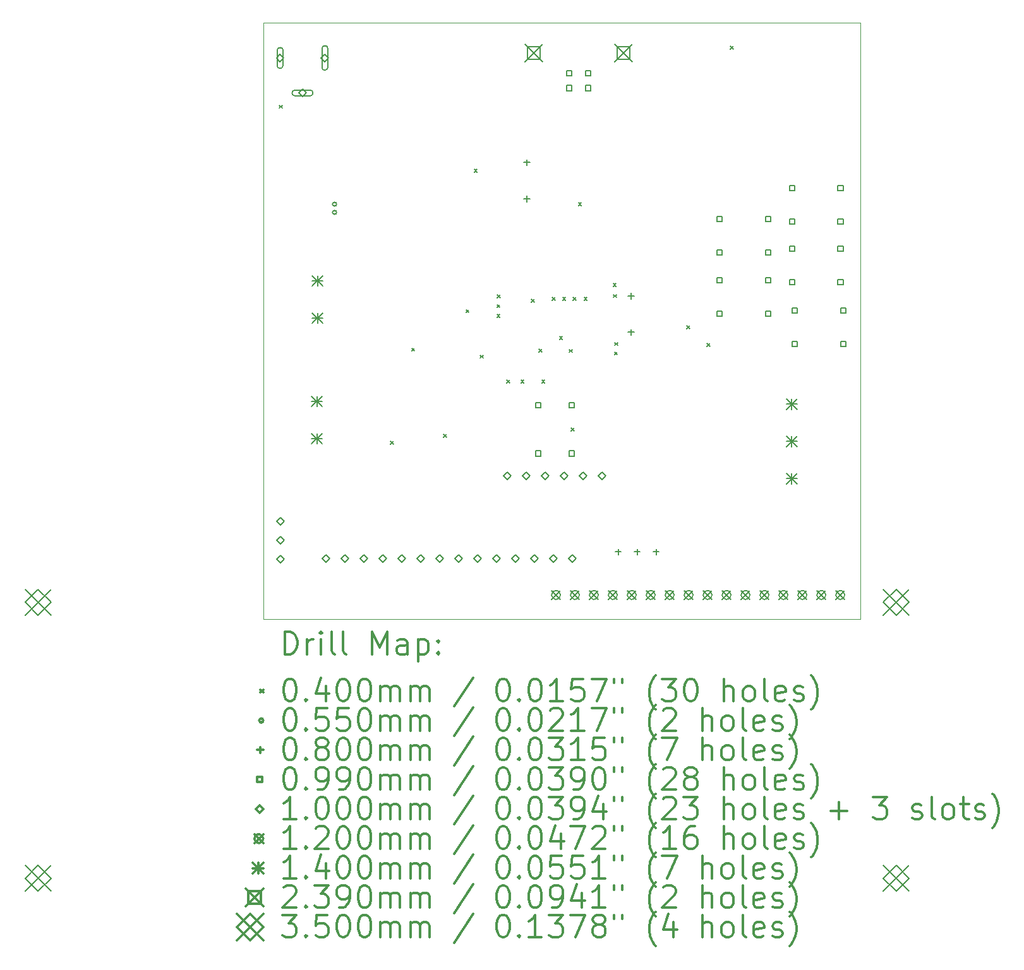
<source format=gbr>
%FSLAX45Y45*%
G04 Gerber Fmt 4.5, Leading zero omitted, Abs format (unit mm)*
G04 Created by KiCad (PCBNEW (5.1.10)-1) date 2021-07-26 22:01:32*
%MOMM*%
%LPD*%
G01*
G04 APERTURE LIST*
%TA.AperFunction,Profile*%
%ADD10C,0.050000*%
%TD*%
%ADD11C,0.200000*%
%ADD12C,0.300000*%
G04 APERTURE END LIST*
D10*
X18605500Y-4762500D02*
X10604500Y-4762500D01*
X18605500Y-12763500D02*
X18605500Y-4762500D01*
X10604500Y-12763500D02*
X18605500Y-12763500D01*
X10604500Y-4762500D02*
X10604500Y-12763500D01*
D11*
X10814878Y-5867466D02*
X10854878Y-5907466D01*
X10854878Y-5867466D02*
X10814878Y-5907466D01*
X12303826Y-10374188D02*
X12343826Y-10414188D01*
X12343826Y-10374188D02*
X12303826Y-10414188D01*
X12591100Y-9126540D02*
X12631100Y-9166540D01*
X12631100Y-9126540D02*
X12591100Y-9166540D01*
X13016550Y-10284780D02*
X13056550Y-10324780D01*
X13056550Y-10284780D02*
X13016550Y-10324780D01*
X13317540Y-8610920D02*
X13357540Y-8650920D01*
X13357540Y-8610920D02*
X13317540Y-8650920D01*
X13428030Y-6726240D02*
X13468030Y-6766240D01*
X13468030Y-6726240D02*
X13428030Y-6766240D01*
X13509310Y-9220520D02*
X13549310Y-9260520D01*
X13549310Y-9220520D02*
X13509310Y-9260520D01*
X13732830Y-8541070D02*
X13772830Y-8581070D01*
X13772830Y-8541070D02*
X13732830Y-8581070D01*
X13732830Y-8670610D02*
X13772830Y-8710610D01*
X13772830Y-8670610D02*
X13732830Y-8710610D01*
X13735370Y-8410260D02*
X13775370Y-8450260D01*
X13775370Y-8410260D02*
X13735370Y-8450260D01*
X13864910Y-9553260D02*
X13904910Y-9593260D01*
X13904910Y-9553260D02*
X13864910Y-9593260D01*
X14054140Y-9553260D02*
X14094140Y-9593260D01*
X14094140Y-9553260D02*
X14054140Y-9593260D01*
X14193840Y-8472490D02*
X14233840Y-8512490D01*
X14233840Y-8472490D02*
X14193840Y-8512490D01*
X14295440Y-9141780D02*
X14335440Y-9181780D01*
X14335440Y-9141780D02*
X14295440Y-9181780D01*
X14333540Y-9554530D02*
X14373540Y-9594530D01*
X14373540Y-9554530D02*
X14333540Y-9594530D01*
X14474510Y-8443280D02*
X14514510Y-8483280D01*
X14514510Y-8443280D02*
X14474510Y-8483280D01*
X14571030Y-8971600D02*
X14611030Y-9011600D01*
X14611030Y-8971600D02*
X14571030Y-9011600D01*
X14612940Y-8443280D02*
X14652940Y-8483280D01*
X14652940Y-8443280D02*
X14612940Y-8483280D01*
X14704380Y-9143050D02*
X14744380Y-9183050D01*
X14744380Y-9143050D02*
X14704380Y-9183050D01*
X14725970Y-10198420D02*
X14765970Y-10238420D01*
X14765970Y-10198420D02*
X14725970Y-10238420D01*
X14755180Y-8443280D02*
X14795180Y-8483280D01*
X14795180Y-8443280D02*
X14755180Y-8483280D01*
X14826300Y-7175820D02*
X14866300Y-7215820D01*
X14866300Y-7175820D02*
X14826300Y-7215820D01*
X14901230Y-8444550D02*
X14941230Y-8484550D01*
X14941230Y-8444550D02*
X14901230Y-8484550D01*
X15292390Y-8257860D02*
X15332390Y-8297860D01*
X15332390Y-8257860D02*
X15292390Y-8297860D01*
X15294930Y-8407720D02*
X15334930Y-8447720D01*
X15334930Y-8407720D02*
X15294930Y-8447720D01*
X15308900Y-9177340D02*
X15348900Y-9217340D01*
X15348900Y-9177340D02*
X15308900Y-9217340D01*
X15310170Y-9049070D02*
X15350170Y-9089070D01*
X15350170Y-9049070D02*
X15310170Y-9089070D01*
X16275370Y-8826820D02*
X16315370Y-8866820D01*
X16315370Y-8826820D02*
X16275370Y-8866820D01*
X16548420Y-9061770D02*
X16588420Y-9101770D01*
X16588420Y-9061770D02*
X16548420Y-9101770D01*
X16860840Y-5073970D02*
X16900840Y-5113970D01*
X16900840Y-5073970D02*
X16860840Y-5113970D01*
X11584500Y-7194160D02*
G75*
G03*
X11584500Y-7194160I-27500J0D01*
G01*
X11584500Y-7304160D02*
G75*
G03*
X11584500Y-7304160I-27500J0D01*
G01*
X14134846Y-6595496D02*
X14134846Y-6675496D01*
X14094846Y-6635496D02*
X14174846Y-6635496D01*
X14134846Y-7083496D02*
X14134846Y-7163496D01*
X14094846Y-7123496D02*
X14174846Y-7123496D01*
X15359380Y-11817990D02*
X15359380Y-11897990D01*
X15319380Y-11857990D02*
X15399380Y-11857990D01*
X15532100Y-8385180D02*
X15532100Y-8465180D01*
X15492100Y-8425180D02*
X15572100Y-8425180D01*
X15532100Y-8873180D02*
X15532100Y-8953180D01*
X15492100Y-8913180D02*
X15572100Y-8913180D01*
X15613380Y-11817990D02*
X15613380Y-11897990D01*
X15573380Y-11857990D02*
X15653380Y-11857990D01*
X15867380Y-11817990D02*
X15867380Y-11897990D01*
X15827380Y-11857990D02*
X15907380Y-11857990D01*
X14319752Y-9923342D02*
X14319752Y-9853338D01*
X14249748Y-9853338D01*
X14249748Y-9923342D01*
X14319752Y-9923342D01*
X14319752Y-10573342D02*
X14319752Y-10503338D01*
X14249748Y-10503338D01*
X14249748Y-10573342D01*
X14319752Y-10573342D01*
X14739832Y-5472262D02*
X14739832Y-5402258D01*
X14669828Y-5402258D01*
X14669828Y-5472262D01*
X14739832Y-5472262D01*
X14739832Y-5671262D02*
X14739832Y-5601258D01*
X14669828Y-5601258D01*
X14669828Y-5671262D01*
X14739832Y-5671262D01*
X14769752Y-9923342D02*
X14769752Y-9853338D01*
X14699748Y-9853338D01*
X14699748Y-9923342D01*
X14769752Y-9923342D01*
X14769752Y-10573342D02*
X14769752Y-10503338D01*
X14699748Y-10503338D01*
X14699748Y-10573342D01*
X14769752Y-10573342D01*
X14988832Y-5472262D02*
X14988832Y-5402258D01*
X14918828Y-5402258D01*
X14918828Y-5472262D01*
X14988832Y-5472262D01*
X14988832Y-5671262D02*
X14988832Y-5601258D01*
X14918828Y-5601258D01*
X14918828Y-5671262D01*
X14988832Y-5671262D01*
X16751624Y-7426192D02*
X16751624Y-7356188D01*
X16681620Y-7356188D01*
X16681620Y-7426192D01*
X16751624Y-7426192D01*
X16751624Y-7876192D02*
X16751624Y-7806188D01*
X16681620Y-7806188D01*
X16681620Y-7876192D01*
X16751624Y-7876192D01*
X16751624Y-8249660D02*
X16751624Y-8179656D01*
X16681620Y-8179656D01*
X16681620Y-8249660D01*
X16751624Y-8249660D01*
X16751624Y-8699660D02*
X16751624Y-8629656D01*
X16681620Y-8629656D01*
X16681620Y-8699660D01*
X16751624Y-8699660D01*
X17401624Y-7426192D02*
X17401624Y-7356188D01*
X17331620Y-7356188D01*
X17331620Y-7426192D01*
X17401624Y-7426192D01*
X17401624Y-7876192D02*
X17401624Y-7806188D01*
X17331620Y-7806188D01*
X17331620Y-7876192D01*
X17401624Y-7876192D01*
X17401624Y-8249660D02*
X17401624Y-8179656D01*
X17331620Y-8179656D01*
X17331620Y-8249660D01*
X17401624Y-8249660D01*
X17401624Y-8699660D02*
X17401624Y-8629656D01*
X17331620Y-8629656D01*
X17331620Y-8699660D01*
X17401624Y-8699660D01*
X17722412Y-7011664D02*
X17722412Y-6941660D01*
X17652408Y-6941660D01*
X17652408Y-7011664D01*
X17722412Y-7011664D01*
X17722412Y-7461664D02*
X17722412Y-7391660D01*
X17652408Y-7391660D01*
X17652408Y-7461664D01*
X17722412Y-7461664D01*
X17722412Y-7824718D02*
X17722412Y-7754714D01*
X17652408Y-7754714D01*
X17652408Y-7824718D01*
X17722412Y-7824718D01*
X17722412Y-8274718D02*
X17722412Y-8204714D01*
X17652408Y-8204714D01*
X17652408Y-8274718D01*
X17722412Y-8274718D01*
X17758480Y-8653774D02*
X17758480Y-8583770D01*
X17688476Y-8583770D01*
X17688476Y-8653774D01*
X17758480Y-8653774D01*
X17758480Y-9103774D02*
X17758480Y-9033770D01*
X17688476Y-9033770D01*
X17688476Y-9103774D01*
X17758480Y-9103774D01*
X18372412Y-7011664D02*
X18372412Y-6941660D01*
X18302408Y-6941660D01*
X18302408Y-7011664D01*
X18372412Y-7011664D01*
X18372412Y-7461664D02*
X18372412Y-7391660D01*
X18302408Y-7391660D01*
X18302408Y-7461664D01*
X18372412Y-7461664D01*
X18372412Y-7824718D02*
X18372412Y-7754714D01*
X18302408Y-7754714D01*
X18302408Y-7824718D01*
X18372412Y-7824718D01*
X18372412Y-8274718D02*
X18372412Y-8204714D01*
X18302408Y-8204714D01*
X18302408Y-8274718D01*
X18372412Y-8274718D01*
X18408480Y-8653774D02*
X18408480Y-8583770D01*
X18338476Y-8583770D01*
X18338476Y-8653774D01*
X18408480Y-8653774D01*
X18408480Y-9103774D02*
X18408480Y-9033770D01*
X18338476Y-9033770D01*
X18338476Y-9103774D01*
X18408480Y-9103774D01*
X10827460Y-5282400D02*
X10877460Y-5232400D01*
X10827460Y-5182400D01*
X10777460Y-5232400D01*
X10827460Y-5282400D01*
X10867460Y-5332400D02*
X10867460Y-5132400D01*
X10787460Y-5332400D02*
X10787460Y-5132400D01*
X10867460Y-5132400D02*
G75*
G03*
X10787460Y-5132400I-40000J0D01*
G01*
X10787460Y-5332400D02*
G75*
G03*
X10867460Y-5332400I40000J0D01*
G01*
X10831830Y-11501590D02*
X10881830Y-11451590D01*
X10831830Y-11401590D01*
X10781830Y-11451590D01*
X10831830Y-11501590D01*
X10831830Y-11755590D02*
X10881830Y-11705590D01*
X10831830Y-11655590D01*
X10781830Y-11705590D01*
X10831830Y-11755590D01*
X10831830Y-12009590D02*
X10881830Y-11959590D01*
X10831830Y-11909590D01*
X10781830Y-11959590D01*
X10831830Y-12009590D01*
X11127460Y-5752400D02*
X11177460Y-5702400D01*
X11127460Y-5652400D01*
X11077460Y-5702400D01*
X11127460Y-5752400D01*
X11227460Y-5662400D02*
X11027460Y-5662400D01*
X11227460Y-5742400D02*
X11027460Y-5742400D01*
X11027460Y-5662400D02*
G75*
G03*
X11027460Y-5742400I0J-40000D01*
G01*
X11227460Y-5742400D02*
G75*
G03*
X11227460Y-5662400I0J40000D01*
G01*
X11427460Y-5282400D02*
X11477460Y-5232400D01*
X11427460Y-5182400D01*
X11377460Y-5232400D01*
X11427460Y-5282400D01*
X11467460Y-5357400D02*
X11467460Y-5107400D01*
X11387460Y-5357400D02*
X11387460Y-5107400D01*
X11467460Y-5107400D02*
G75*
G03*
X11387460Y-5107400I-40000J0D01*
G01*
X11387460Y-5357400D02*
G75*
G03*
X11467460Y-5357400I40000J0D01*
G01*
X11440668Y-12001462D02*
X11490668Y-11951462D01*
X11440668Y-11901462D01*
X11390668Y-11951462D01*
X11440668Y-12001462D01*
X11694668Y-12001462D02*
X11744668Y-11951462D01*
X11694668Y-11901462D01*
X11644668Y-11951462D01*
X11694668Y-12001462D01*
X11948668Y-12001462D02*
X11998668Y-11951462D01*
X11948668Y-11901462D01*
X11898668Y-11951462D01*
X11948668Y-12001462D01*
X12202668Y-12001462D02*
X12252668Y-11951462D01*
X12202668Y-11901462D01*
X12152668Y-11951462D01*
X12202668Y-12001462D01*
X12456668Y-12001462D02*
X12506668Y-11951462D01*
X12456668Y-11901462D01*
X12406668Y-11951462D01*
X12456668Y-12001462D01*
X12710668Y-12001462D02*
X12760668Y-11951462D01*
X12710668Y-11901462D01*
X12660668Y-11951462D01*
X12710668Y-12001462D01*
X12964668Y-12001462D02*
X13014668Y-11951462D01*
X12964668Y-11901462D01*
X12914668Y-11951462D01*
X12964668Y-12001462D01*
X13218668Y-12001462D02*
X13268668Y-11951462D01*
X13218668Y-11901462D01*
X13168668Y-11951462D01*
X13218668Y-12001462D01*
X13472668Y-12001462D02*
X13522668Y-11951462D01*
X13472668Y-11901462D01*
X13422668Y-11951462D01*
X13472668Y-12001462D01*
X13726668Y-12001462D02*
X13776668Y-11951462D01*
X13726668Y-11901462D01*
X13676668Y-11951462D01*
X13726668Y-12001462D01*
X13869670Y-10886910D02*
X13919670Y-10836910D01*
X13869670Y-10786910D01*
X13819670Y-10836910D01*
X13869670Y-10886910D01*
X13980668Y-12001462D02*
X14030668Y-11951462D01*
X13980668Y-11901462D01*
X13930668Y-11951462D01*
X13980668Y-12001462D01*
X14123670Y-10886910D02*
X14173670Y-10836910D01*
X14123670Y-10786910D01*
X14073670Y-10836910D01*
X14123670Y-10886910D01*
X14234668Y-12001462D02*
X14284668Y-11951462D01*
X14234668Y-11901462D01*
X14184668Y-11951462D01*
X14234668Y-12001462D01*
X14377670Y-10886910D02*
X14427670Y-10836910D01*
X14377670Y-10786910D01*
X14327670Y-10836910D01*
X14377670Y-10886910D01*
X14488668Y-12001462D02*
X14538668Y-11951462D01*
X14488668Y-11901462D01*
X14438668Y-11951462D01*
X14488668Y-12001462D01*
X14631670Y-10886910D02*
X14681670Y-10836910D01*
X14631670Y-10786910D01*
X14581670Y-10836910D01*
X14631670Y-10886910D01*
X14742668Y-12001462D02*
X14792668Y-11951462D01*
X14742668Y-11901462D01*
X14692668Y-11951462D01*
X14742668Y-12001462D01*
X14885670Y-10886910D02*
X14935670Y-10836910D01*
X14885670Y-10786910D01*
X14835670Y-10836910D01*
X14885670Y-10886910D01*
X15139670Y-10886910D02*
X15189670Y-10836910D01*
X15139670Y-10786910D01*
X15089670Y-10836910D01*
X15139670Y-10886910D01*
X14465244Y-12377110D02*
X14585244Y-12497110D01*
X14585244Y-12377110D02*
X14465244Y-12497110D01*
X14585244Y-12437110D02*
G75*
G03*
X14585244Y-12437110I-60000J0D01*
G01*
X14719244Y-12377110D02*
X14839244Y-12497110D01*
X14839244Y-12377110D02*
X14719244Y-12497110D01*
X14839244Y-12437110D02*
G75*
G03*
X14839244Y-12437110I-60000J0D01*
G01*
X14973244Y-12377110D02*
X15093244Y-12497110D01*
X15093244Y-12377110D02*
X14973244Y-12497110D01*
X15093244Y-12437110D02*
G75*
G03*
X15093244Y-12437110I-60000J0D01*
G01*
X15227244Y-12377110D02*
X15347244Y-12497110D01*
X15347244Y-12377110D02*
X15227244Y-12497110D01*
X15347244Y-12437110D02*
G75*
G03*
X15347244Y-12437110I-60000J0D01*
G01*
X15481244Y-12377110D02*
X15601244Y-12497110D01*
X15601244Y-12377110D02*
X15481244Y-12497110D01*
X15601244Y-12437110D02*
G75*
G03*
X15601244Y-12437110I-60000J0D01*
G01*
X15735244Y-12377110D02*
X15855244Y-12497110D01*
X15855244Y-12377110D02*
X15735244Y-12497110D01*
X15855244Y-12437110D02*
G75*
G03*
X15855244Y-12437110I-60000J0D01*
G01*
X15989244Y-12377110D02*
X16109244Y-12497110D01*
X16109244Y-12377110D02*
X15989244Y-12497110D01*
X16109244Y-12437110D02*
G75*
G03*
X16109244Y-12437110I-60000J0D01*
G01*
X16243244Y-12377110D02*
X16363244Y-12497110D01*
X16363244Y-12377110D02*
X16243244Y-12497110D01*
X16363244Y-12437110D02*
G75*
G03*
X16363244Y-12437110I-60000J0D01*
G01*
X16497244Y-12377110D02*
X16617244Y-12497110D01*
X16617244Y-12377110D02*
X16497244Y-12497110D01*
X16617244Y-12437110D02*
G75*
G03*
X16617244Y-12437110I-60000J0D01*
G01*
X16751244Y-12377110D02*
X16871244Y-12497110D01*
X16871244Y-12377110D02*
X16751244Y-12497110D01*
X16871244Y-12437110D02*
G75*
G03*
X16871244Y-12437110I-60000J0D01*
G01*
X17005244Y-12377110D02*
X17125244Y-12497110D01*
X17125244Y-12377110D02*
X17005244Y-12497110D01*
X17125244Y-12437110D02*
G75*
G03*
X17125244Y-12437110I-60000J0D01*
G01*
X17259244Y-12377110D02*
X17379244Y-12497110D01*
X17379244Y-12377110D02*
X17259244Y-12497110D01*
X17379244Y-12437110D02*
G75*
G03*
X17379244Y-12437110I-60000J0D01*
G01*
X17513244Y-12377110D02*
X17633244Y-12497110D01*
X17633244Y-12377110D02*
X17513244Y-12497110D01*
X17633244Y-12437110D02*
G75*
G03*
X17633244Y-12437110I-60000J0D01*
G01*
X17767244Y-12377110D02*
X17887244Y-12497110D01*
X17887244Y-12377110D02*
X17767244Y-12497110D01*
X17887244Y-12437110D02*
G75*
G03*
X17887244Y-12437110I-60000J0D01*
G01*
X18021244Y-12377110D02*
X18141244Y-12497110D01*
X18141244Y-12377110D02*
X18021244Y-12497110D01*
X18141244Y-12437110D02*
G75*
G03*
X18141244Y-12437110I-60000J0D01*
G01*
X18275244Y-12377110D02*
X18395244Y-12497110D01*
X18395244Y-12377110D02*
X18275244Y-12497110D01*
X18395244Y-12437110D02*
G75*
G03*
X18395244Y-12437110I-60000J0D01*
G01*
X11249510Y-9769324D02*
X11389510Y-9909324D01*
X11389510Y-9769324D02*
X11249510Y-9909324D01*
X11319510Y-9769324D02*
X11319510Y-9909324D01*
X11249510Y-9839324D02*
X11389510Y-9839324D01*
X11249510Y-10269324D02*
X11389510Y-10409324D01*
X11389510Y-10269324D02*
X11249510Y-10409324D01*
X11319510Y-10269324D02*
X11319510Y-10409324D01*
X11249510Y-10339324D02*
X11389510Y-10339324D01*
X11259162Y-8151852D02*
X11399162Y-8291852D01*
X11399162Y-8151852D02*
X11259162Y-8291852D01*
X11329162Y-8151852D02*
X11329162Y-8291852D01*
X11259162Y-8221852D02*
X11399162Y-8221852D01*
X11259162Y-8651852D02*
X11399162Y-8791852D01*
X11399162Y-8651852D02*
X11259162Y-8791852D01*
X11329162Y-8651852D02*
X11329162Y-8791852D01*
X11259162Y-8721852D02*
X11399162Y-8721852D01*
X17614720Y-9807044D02*
X17754720Y-9947044D01*
X17754720Y-9807044D02*
X17614720Y-9947044D01*
X17684720Y-9807044D02*
X17684720Y-9947044D01*
X17614720Y-9877044D02*
X17754720Y-9877044D01*
X17614720Y-10307044D02*
X17754720Y-10447044D01*
X17754720Y-10307044D02*
X17614720Y-10447044D01*
X17684720Y-10307044D02*
X17684720Y-10447044D01*
X17614720Y-10377044D02*
X17754720Y-10377044D01*
X17614720Y-10807044D02*
X17754720Y-10947044D01*
X17754720Y-10807044D02*
X17614720Y-10947044D01*
X17684720Y-10807044D02*
X17684720Y-10947044D01*
X17614720Y-10877044D02*
X17754720Y-10877044D01*
X14107830Y-5046760D02*
X14346830Y-5285760D01*
X14346830Y-5046760D02*
X14107830Y-5285760D01*
X14311830Y-5250760D02*
X14311830Y-5081760D01*
X14142830Y-5081760D01*
X14142830Y-5250760D01*
X14311830Y-5250760D01*
X15311830Y-5046760D02*
X15550830Y-5285760D01*
X15550830Y-5046760D02*
X15311830Y-5285760D01*
X15515830Y-5250760D02*
X15515830Y-5081760D01*
X15346830Y-5081760D01*
X15346830Y-5250760D01*
X15515830Y-5250760D01*
X7410202Y-12362186D02*
X7760202Y-12712186D01*
X7760202Y-12362186D02*
X7410202Y-12712186D01*
X7585202Y-12712186D02*
X7760202Y-12537186D01*
X7585202Y-12362186D01*
X7410202Y-12537186D01*
X7585202Y-12712186D01*
X7410202Y-16062204D02*
X7760202Y-16412204D01*
X7760202Y-16062204D02*
X7410202Y-16412204D01*
X7585202Y-16412204D02*
X7760202Y-16237204D01*
X7585202Y-16062204D01*
X7410202Y-16237204D01*
X7585202Y-16412204D01*
X18910306Y-12362186D02*
X19260306Y-12712186D01*
X19260306Y-12362186D02*
X18910306Y-12712186D01*
X19085306Y-12712186D02*
X19260306Y-12537186D01*
X19085306Y-12362186D01*
X18910306Y-12537186D01*
X19085306Y-12712186D01*
X18910306Y-16062204D02*
X19260306Y-16412204D01*
X19260306Y-16062204D02*
X18910306Y-16412204D01*
X19085306Y-16412204D02*
X19260306Y-16237204D01*
X19085306Y-16062204D01*
X18910306Y-16237204D01*
X19085306Y-16412204D01*
D12*
X10888428Y-13231714D02*
X10888428Y-12931714D01*
X10959857Y-12931714D01*
X11002714Y-12946000D01*
X11031286Y-12974571D01*
X11045571Y-13003143D01*
X11059857Y-13060286D01*
X11059857Y-13103143D01*
X11045571Y-13160286D01*
X11031286Y-13188857D01*
X11002714Y-13217429D01*
X10959857Y-13231714D01*
X10888428Y-13231714D01*
X11188428Y-13231714D02*
X11188428Y-13031714D01*
X11188428Y-13088857D02*
X11202714Y-13060286D01*
X11217000Y-13046000D01*
X11245571Y-13031714D01*
X11274143Y-13031714D01*
X11374143Y-13231714D02*
X11374143Y-13031714D01*
X11374143Y-12931714D02*
X11359857Y-12946000D01*
X11374143Y-12960286D01*
X11388428Y-12946000D01*
X11374143Y-12931714D01*
X11374143Y-12960286D01*
X11559857Y-13231714D02*
X11531286Y-13217429D01*
X11517000Y-13188857D01*
X11517000Y-12931714D01*
X11717000Y-13231714D02*
X11688428Y-13217429D01*
X11674143Y-13188857D01*
X11674143Y-12931714D01*
X12059857Y-13231714D02*
X12059857Y-12931714D01*
X12159857Y-13146000D01*
X12259857Y-12931714D01*
X12259857Y-13231714D01*
X12531286Y-13231714D02*
X12531286Y-13074571D01*
X12517000Y-13046000D01*
X12488428Y-13031714D01*
X12431286Y-13031714D01*
X12402714Y-13046000D01*
X12531286Y-13217429D02*
X12502714Y-13231714D01*
X12431286Y-13231714D01*
X12402714Y-13217429D01*
X12388428Y-13188857D01*
X12388428Y-13160286D01*
X12402714Y-13131714D01*
X12431286Y-13117429D01*
X12502714Y-13117429D01*
X12531286Y-13103143D01*
X12674143Y-13031714D02*
X12674143Y-13331714D01*
X12674143Y-13046000D02*
X12702714Y-13031714D01*
X12759857Y-13031714D01*
X12788428Y-13046000D01*
X12802714Y-13060286D01*
X12817000Y-13088857D01*
X12817000Y-13174571D01*
X12802714Y-13203143D01*
X12788428Y-13217429D01*
X12759857Y-13231714D01*
X12702714Y-13231714D01*
X12674143Y-13217429D01*
X12945571Y-13203143D02*
X12959857Y-13217429D01*
X12945571Y-13231714D01*
X12931286Y-13217429D01*
X12945571Y-13203143D01*
X12945571Y-13231714D01*
X12945571Y-13046000D02*
X12959857Y-13060286D01*
X12945571Y-13074571D01*
X12931286Y-13060286D01*
X12945571Y-13046000D01*
X12945571Y-13074571D01*
X10562000Y-13706000D02*
X10602000Y-13746000D01*
X10602000Y-13706000D02*
X10562000Y-13746000D01*
X10945571Y-13561714D02*
X10974143Y-13561714D01*
X11002714Y-13576000D01*
X11017000Y-13590286D01*
X11031286Y-13618857D01*
X11045571Y-13676000D01*
X11045571Y-13747429D01*
X11031286Y-13804571D01*
X11017000Y-13833143D01*
X11002714Y-13847429D01*
X10974143Y-13861714D01*
X10945571Y-13861714D01*
X10917000Y-13847429D01*
X10902714Y-13833143D01*
X10888428Y-13804571D01*
X10874143Y-13747429D01*
X10874143Y-13676000D01*
X10888428Y-13618857D01*
X10902714Y-13590286D01*
X10917000Y-13576000D01*
X10945571Y-13561714D01*
X11174143Y-13833143D02*
X11188428Y-13847429D01*
X11174143Y-13861714D01*
X11159857Y-13847429D01*
X11174143Y-13833143D01*
X11174143Y-13861714D01*
X11445571Y-13661714D02*
X11445571Y-13861714D01*
X11374143Y-13547429D02*
X11302714Y-13761714D01*
X11488428Y-13761714D01*
X11659857Y-13561714D02*
X11688428Y-13561714D01*
X11717000Y-13576000D01*
X11731286Y-13590286D01*
X11745571Y-13618857D01*
X11759857Y-13676000D01*
X11759857Y-13747429D01*
X11745571Y-13804571D01*
X11731286Y-13833143D01*
X11717000Y-13847429D01*
X11688428Y-13861714D01*
X11659857Y-13861714D01*
X11631286Y-13847429D01*
X11617000Y-13833143D01*
X11602714Y-13804571D01*
X11588428Y-13747429D01*
X11588428Y-13676000D01*
X11602714Y-13618857D01*
X11617000Y-13590286D01*
X11631286Y-13576000D01*
X11659857Y-13561714D01*
X11945571Y-13561714D02*
X11974143Y-13561714D01*
X12002714Y-13576000D01*
X12017000Y-13590286D01*
X12031286Y-13618857D01*
X12045571Y-13676000D01*
X12045571Y-13747429D01*
X12031286Y-13804571D01*
X12017000Y-13833143D01*
X12002714Y-13847429D01*
X11974143Y-13861714D01*
X11945571Y-13861714D01*
X11917000Y-13847429D01*
X11902714Y-13833143D01*
X11888428Y-13804571D01*
X11874143Y-13747429D01*
X11874143Y-13676000D01*
X11888428Y-13618857D01*
X11902714Y-13590286D01*
X11917000Y-13576000D01*
X11945571Y-13561714D01*
X12174143Y-13861714D02*
X12174143Y-13661714D01*
X12174143Y-13690286D02*
X12188428Y-13676000D01*
X12217000Y-13661714D01*
X12259857Y-13661714D01*
X12288428Y-13676000D01*
X12302714Y-13704571D01*
X12302714Y-13861714D01*
X12302714Y-13704571D02*
X12317000Y-13676000D01*
X12345571Y-13661714D01*
X12388428Y-13661714D01*
X12417000Y-13676000D01*
X12431286Y-13704571D01*
X12431286Y-13861714D01*
X12574143Y-13861714D02*
X12574143Y-13661714D01*
X12574143Y-13690286D02*
X12588428Y-13676000D01*
X12617000Y-13661714D01*
X12659857Y-13661714D01*
X12688428Y-13676000D01*
X12702714Y-13704571D01*
X12702714Y-13861714D01*
X12702714Y-13704571D02*
X12717000Y-13676000D01*
X12745571Y-13661714D01*
X12788428Y-13661714D01*
X12817000Y-13676000D01*
X12831286Y-13704571D01*
X12831286Y-13861714D01*
X13417000Y-13547429D02*
X13159857Y-13933143D01*
X13802714Y-13561714D02*
X13831286Y-13561714D01*
X13859857Y-13576000D01*
X13874143Y-13590286D01*
X13888428Y-13618857D01*
X13902714Y-13676000D01*
X13902714Y-13747429D01*
X13888428Y-13804571D01*
X13874143Y-13833143D01*
X13859857Y-13847429D01*
X13831286Y-13861714D01*
X13802714Y-13861714D01*
X13774143Y-13847429D01*
X13759857Y-13833143D01*
X13745571Y-13804571D01*
X13731286Y-13747429D01*
X13731286Y-13676000D01*
X13745571Y-13618857D01*
X13759857Y-13590286D01*
X13774143Y-13576000D01*
X13802714Y-13561714D01*
X14031286Y-13833143D02*
X14045571Y-13847429D01*
X14031286Y-13861714D01*
X14017000Y-13847429D01*
X14031286Y-13833143D01*
X14031286Y-13861714D01*
X14231286Y-13561714D02*
X14259857Y-13561714D01*
X14288428Y-13576000D01*
X14302714Y-13590286D01*
X14317000Y-13618857D01*
X14331286Y-13676000D01*
X14331286Y-13747429D01*
X14317000Y-13804571D01*
X14302714Y-13833143D01*
X14288428Y-13847429D01*
X14259857Y-13861714D01*
X14231286Y-13861714D01*
X14202714Y-13847429D01*
X14188428Y-13833143D01*
X14174143Y-13804571D01*
X14159857Y-13747429D01*
X14159857Y-13676000D01*
X14174143Y-13618857D01*
X14188428Y-13590286D01*
X14202714Y-13576000D01*
X14231286Y-13561714D01*
X14617000Y-13861714D02*
X14445571Y-13861714D01*
X14531286Y-13861714D02*
X14531286Y-13561714D01*
X14502714Y-13604571D01*
X14474143Y-13633143D01*
X14445571Y-13647429D01*
X14888428Y-13561714D02*
X14745571Y-13561714D01*
X14731286Y-13704571D01*
X14745571Y-13690286D01*
X14774143Y-13676000D01*
X14845571Y-13676000D01*
X14874143Y-13690286D01*
X14888428Y-13704571D01*
X14902714Y-13733143D01*
X14902714Y-13804571D01*
X14888428Y-13833143D01*
X14874143Y-13847429D01*
X14845571Y-13861714D01*
X14774143Y-13861714D01*
X14745571Y-13847429D01*
X14731286Y-13833143D01*
X15002714Y-13561714D02*
X15202714Y-13561714D01*
X15074143Y-13861714D01*
X15302714Y-13561714D02*
X15302714Y-13618857D01*
X15417000Y-13561714D02*
X15417000Y-13618857D01*
X15859857Y-13976000D02*
X15845571Y-13961714D01*
X15817000Y-13918857D01*
X15802714Y-13890286D01*
X15788428Y-13847429D01*
X15774143Y-13776000D01*
X15774143Y-13718857D01*
X15788428Y-13647429D01*
X15802714Y-13604571D01*
X15817000Y-13576000D01*
X15845571Y-13533143D01*
X15859857Y-13518857D01*
X15945571Y-13561714D02*
X16131286Y-13561714D01*
X16031286Y-13676000D01*
X16074143Y-13676000D01*
X16102714Y-13690286D01*
X16117000Y-13704571D01*
X16131286Y-13733143D01*
X16131286Y-13804571D01*
X16117000Y-13833143D01*
X16102714Y-13847429D01*
X16074143Y-13861714D01*
X15988428Y-13861714D01*
X15959857Y-13847429D01*
X15945571Y-13833143D01*
X16317000Y-13561714D02*
X16345571Y-13561714D01*
X16374143Y-13576000D01*
X16388428Y-13590286D01*
X16402714Y-13618857D01*
X16417000Y-13676000D01*
X16417000Y-13747429D01*
X16402714Y-13804571D01*
X16388428Y-13833143D01*
X16374143Y-13847429D01*
X16345571Y-13861714D01*
X16317000Y-13861714D01*
X16288428Y-13847429D01*
X16274143Y-13833143D01*
X16259857Y-13804571D01*
X16245571Y-13747429D01*
X16245571Y-13676000D01*
X16259857Y-13618857D01*
X16274143Y-13590286D01*
X16288428Y-13576000D01*
X16317000Y-13561714D01*
X16774143Y-13861714D02*
X16774143Y-13561714D01*
X16902714Y-13861714D02*
X16902714Y-13704571D01*
X16888428Y-13676000D01*
X16859857Y-13661714D01*
X16817000Y-13661714D01*
X16788428Y-13676000D01*
X16774143Y-13690286D01*
X17088428Y-13861714D02*
X17059857Y-13847429D01*
X17045571Y-13833143D01*
X17031286Y-13804571D01*
X17031286Y-13718857D01*
X17045571Y-13690286D01*
X17059857Y-13676000D01*
X17088428Y-13661714D01*
X17131286Y-13661714D01*
X17159857Y-13676000D01*
X17174143Y-13690286D01*
X17188428Y-13718857D01*
X17188428Y-13804571D01*
X17174143Y-13833143D01*
X17159857Y-13847429D01*
X17131286Y-13861714D01*
X17088428Y-13861714D01*
X17359857Y-13861714D02*
X17331286Y-13847429D01*
X17317000Y-13818857D01*
X17317000Y-13561714D01*
X17588428Y-13847429D02*
X17559857Y-13861714D01*
X17502714Y-13861714D01*
X17474143Y-13847429D01*
X17459857Y-13818857D01*
X17459857Y-13704571D01*
X17474143Y-13676000D01*
X17502714Y-13661714D01*
X17559857Y-13661714D01*
X17588428Y-13676000D01*
X17602714Y-13704571D01*
X17602714Y-13733143D01*
X17459857Y-13761714D01*
X17717000Y-13847429D02*
X17745571Y-13861714D01*
X17802714Y-13861714D01*
X17831286Y-13847429D01*
X17845571Y-13818857D01*
X17845571Y-13804571D01*
X17831286Y-13776000D01*
X17802714Y-13761714D01*
X17759857Y-13761714D01*
X17731286Y-13747429D01*
X17717000Y-13718857D01*
X17717000Y-13704571D01*
X17731286Y-13676000D01*
X17759857Y-13661714D01*
X17802714Y-13661714D01*
X17831286Y-13676000D01*
X17945571Y-13976000D02*
X17959857Y-13961714D01*
X17988428Y-13918857D01*
X18002714Y-13890286D01*
X18017000Y-13847429D01*
X18031286Y-13776000D01*
X18031286Y-13718857D01*
X18017000Y-13647429D01*
X18002714Y-13604571D01*
X17988428Y-13576000D01*
X17959857Y-13533143D01*
X17945571Y-13518857D01*
X10602000Y-14122000D02*
G75*
G03*
X10602000Y-14122000I-27500J0D01*
G01*
X10945571Y-13957714D02*
X10974143Y-13957714D01*
X11002714Y-13972000D01*
X11017000Y-13986286D01*
X11031286Y-14014857D01*
X11045571Y-14072000D01*
X11045571Y-14143429D01*
X11031286Y-14200571D01*
X11017000Y-14229143D01*
X11002714Y-14243429D01*
X10974143Y-14257714D01*
X10945571Y-14257714D01*
X10917000Y-14243429D01*
X10902714Y-14229143D01*
X10888428Y-14200571D01*
X10874143Y-14143429D01*
X10874143Y-14072000D01*
X10888428Y-14014857D01*
X10902714Y-13986286D01*
X10917000Y-13972000D01*
X10945571Y-13957714D01*
X11174143Y-14229143D02*
X11188428Y-14243429D01*
X11174143Y-14257714D01*
X11159857Y-14243429D01*
X11174143Y-14229143D01*
X11174143Y-14257714D01*
X11459857Y-13957714D02*
X11317000Y-13957714D01*
X11302714Y-14100571D01*
X11317000Y-14086286D01*
X11345571Y-14072000D01*
X11417000Y-14072000D01*
X11445571Y-14086286D01*
X11459857Y-14100571D01*
X11474143Y-14129143D01*
X11474143Y-14200571D01*
X11459857Y-14229143D01*
X11445571Y-14243429D01*
X11417000Y-14257714D01*
X11345571Y-14257714D01*
X11317000Y-14243429D01*
X11302714Y-14229143D01*
X11745571Y-13957714D02*
X11602714Y-13957714D01*
X11588428Y-14100571D01*
X11602714Y-14086286D01*
X11631286Y-14072000D01*
X11702714Y-14072000D01*
X11731286Y-14086286D01*
X11745571Y-14100571D01*
X11759857Y-14129143D01*
X11759857Y-14200571D01*
X11745571Y-14229143D01*
X11731286Y-14243429D01*
X11702714Y-14257714D01*
X11631286Y-14257714D01*
X11602714Y-14243429D01*
X11588428Y-14229143D01*
X11945571Y-13957714D02*
X11974143Y-13957714D01*
X12002714Y-13972000D01*
X12017000Y-13986286D01*
X12031286Y-14014857D01*
X12045571Y-14072000D01*
X12045571Y-14143429D01*
X12031286Y-14200571D01*
X12017000Y-14229143D01*
X12002714Y-14243429D01*
X11974143Y-14257714D01*
X11945571Y-14257714D01*
X11917000Y-14243429D01*
X11902714Y-14229143D01*
X11888428Y-14200571D01*
X11874143Y-14143429D01*
X11874143Y-14072000D01*
X11888428Y-14014857D01*
X11902714Y-13986286D01*
X11917000Y-13972000D01*
X11945571Y-13957714D01*
X12174143Y-14257714D02*
X12174143Y-14057714D01*
X12174143Y-14086286D02*
X12188428Y-14072000D01*
X12217000Y-14057714D01*
X12259857Y-14057714D01*
X12288428Y-14072000D01*
X12302714Y-14100571D01*
X12302714Y-14257714D01*
X12302714Y-14100571D02*
X12317000Y-14072000D01*
X12345571Y-14057714D01*
X12388428Y-14057714D01*
X12417000Y-14072000D01*
X12431286Y-14100571D01*
X12431286Y-14257714D01*
X12574143Y-14257714D02*
X12574143Y-14057714D01*
X12574143Y-14086286D02*
X12588428Y-14072000D01*
X12617000Y-14057714D01*
X12659857Y-14057714D01*
X12688428Y-14072000D01*
X12702714Y-14100571D01*
X12702714Y-14257714D01*
X12702714Y-14100571D02*
X12717000Y-14072000D01*
X12745571Y-14057714D01*
X12788428Y-14057714D01*
X12817000Y-14072000D01*
X12831286Y-14100571D01*
X12831286Y-14257714D01*
X13417000Y-13943429D02*
X13159857Y-14329143D01*
X13802714Y-13957714D02*
X13831286Y-13957714D01*
X13859857Y-13972000D01*
X13874143Y-13986286D01*
X13888428Y-14014857D01*
X13902714Y-14072000D01*
X13902714Y-14143429D01*
X13888428Y-14200571D01*
X13874143Y-14229143D01*
X13859857Y-14243429D01*
X13831286Y-14257714D01*
X13802714Y-14257714D01*
X13774143Y-14243429D01*
X13759857Y-14229143D01*
X13745571Y-14200571D01*
X13731286Y-14143429D01*
X13731286Y-14072000D01*
X13745571Y-14014857D01*
X13759857Y-13986286D01*
X13774143Y-13972000D01*
X13802714Y-13957714D01*
X14031286Y-14229143D02*
X14045571Y-14243429D01*
X14031286Y-14257714D01*
X14017000Y-14243429D01*
X14031286Y-14229143D01*
X14031286Y-14257714D01*
X14231286Y-13957714D02*
X14259857Y-13957714D01*
X14288428Y-13972000D01*
X14302714Y-13986286D01*
X14317000Y-14014857D01*
X14331286Y-14072000D01*
X14331286Y-14143429D01*
X14317000Y-14200571D01*
X14302714Y-14229143D01*
X14288428Y-14243429D01*
X14259857Y-14257714D01*
X14231286Y-14257714D01*
X14202714Y-14243429D01*
X14188428Y-14229143D01*
X14174143Y-14200571D01*
X14159857Y-14143429D01*
X14159857Y-14072000D01*
X14174143Y-14014857D01*
X14188428Y-13986286D01*
X14202714Y-13972000D01*
X14231286Y-13957714D01*
X14445571Y-13986286D02*
X14459857Y-13972000D01*
X14488428Y-13957714D01*
X14559857Y-13957714D01*
X14588428Y-13972000D01*
X14602714Y-13986286D01*
X14617000Y-14014857D01*
X14617000Y-14043429D01*
X14602714Y-14086286D01*
X14431286Y-14257714D01*
X14617000Y-14257714D01*
X14902714Y-14257714D02*
X14731286Y-14257714D01*
X14817000Y-14257714D02*
X14817000Y-13957714D01*
X14788428Y-14000571D01*
X14759857Y-14029143D01*
X14731286Y-14043429D01*
X15002714Y-13957714D02*
X15202714Y-13957714D01*
X15074143Y-14257714D01*
X15302714Y-13957714D02*
X15302714Y-14014857D01*
X15417000Y-13957714D02*
X15417000Y-14014857D01*
X15859857Y-14372000D02*
X15845571Y-14357714D01*
X15817000Y-14314857D01*
X15802714Y-14286286D01*
X15788428Y-14243429D01*
X15774143Y-14172000D01*
X15774143Y-14114857D01*
X15788428Y-14043429D01*
X15802714Y-14000571D01*
X15817000Y-13972000D01*
X15845571Y-13929143D01*
X15859857Y-13914857D01*
X15959857Y-13986286D02*
X15974143Y-13972000D01*
X16002714Y-13957714D01*
X16074143Y-13957714D01*
X16102714Y-13972000D01*
X16117000Y-13986286D01*
X16131286Y-14014857D01*
X16131286Y-14043429D01*
X16117000Y-14086286D01*
X15945571Y-14257714D01*
X16131286Y-14257714D01*
X16488428Y-14257714D02*
X16488428Y-13957714D01*
X16617000Y-14257714D02*
X16617000Y-14100571D01*
X16602714Y-14072000D01*
X16574143Y-14057714D01*
X16531286Y-14057714D01*
X16502714Y-14072000D01*
X16488428Y-14086286D01*
X16802714Y-14257714D02*
X16774143Y-14243429D01*
X16759857Y-14229143D01*
X16745571Y-14200571D01*
X16745571Y-14114857D01*
X16759857Y-14086286D01*
X16774143Y-14072000D01*
X16802714Y-14057714D01*
X16845571Y-14057714D01*
X16874143Y-14072000D01*
X16888428Y-14086286D01*
X16902714Y-14114857D01*
X16902714Y-14200571D01*
X16888428Y-14229143D01*
X16874143Y-14243429D01*
X16845571Y-14257714D01*
X16802714Y-14257714D01*
X17074143Y-14257714D02*
X17045571Y-14243429D01*
X17031286Y-14214857D01*
X17031286Y-13957714D01*
X17302714Y-14243429D02*
X17274143Y-14257714D01*
X17217000Y-14257714D01*
X17188428Y-14243429D01*
X17174143Y-14214857D01*
X17174143Y-14100571D01*
X17188428Y-14072000D01*
X17217000Y-14057714D01*
X17274143Y-14057714D01*
X17302714Y-14072000D01*
X17317000Y-14100571D01*
X17317000Y-14129143D01*
X17174143Y-14157714D01*
X17431286Y-14243429D02*
X17459857Y-14257714D01*
X17517000Y-14257714D01*
X17545571Y-14243429D01*
X17559857Y-14214857D01*
X17559857Y-14200571D01*
X17545571Y-14172000D01*
X17517000Y-14157714D01*
X17474143Y-14157714D01*
X17445571Y-14143429D01*
X17431286Y-14114857D01*
X17431286Y-14100571D01*
X17445571Y-14072000D01*
X17474143Y-14057714D01*
X17517000Y-14057714D01*
X17545571Y-14072000D01*
X17659857Y-14372000D02*
X17674143Y-14357714D01*
X17702714Y-14314857D01*
X17717000Y-14286286D01*
X17731286Y-14243429D01*
X17745571Y-14172000D01*
X17745571Y-14114857D01*
X17731286Y-14043429D01*
X17717000Y-14000571D01*
X17702714Y-13972000D01*
X17674143Y-13929143D01*
X17659857Y-13914857D01*
X10562000Y-14478000D02*
X10562000Y-14558000D01*
X10522000Y-14518000D02*
X10602000Y-14518000D01*
X10945571Y-14353714D02*
X10974143Y-14353714D01*
X11002714Y-14368000D01*
X11017000Y-14382286D01*
X11031286Y-14410857D01*
X11045571Y-14468000D01*
X11045571Y-14539429D01*
X11031286Y-14596571D01*
X11017000Y-14625143D01*
X11002714Y-14639429D01*
X10974143Y-14653714D01*
X10945571Y-14653714D01*
X10917000Y-14639429D01*
X10902714Y-14625143D01*
X10888428Y-14596571D01*
X10874143Y-14539429D01*
X10874143Y-14468000D01*
X10888428Y-14410857D01*
X10902714Y-14382286D01*
X10917000Y-14368000D01*
X10945571Y-14353714D01*
X11174143Y-14625143D02*
X11188428Y-14639429D01*
X11174143Y-14653714D01*
X11159857Y-14639429D01*
X11174143Y-14625143D01*
X11174143Y-14653714D01*
X11359857Y-14482286D02*
X11331286Y-14468000D01*
X11317000Y-14453714D01*
X11302714Y-14425143D01*
X11302714Y-14410857D01*
X11317000Y-14382286D01*
X11331286Y-14368000D01*
X11359857Y-14353714D01*
X11417000Y-14353714D01*
X11445571Y-14368000D01*
X11459857Y-14382286D01*
X11474143Y-14410857D01*
X11474143Y-14425143D01*
X11459857Y-14453714D01*
X11445571Y-14468000D01*
X11417000Y-14482286D01*
X11359857Y-14482286D01*
X11331286Y-14496571D01*
X11317000Y-14510857D01*
X11302714Y-14539429D01*
X11302714Y-14596571D01*
X11317000Y-14625143D01*
X11331286Y-14639429D01*
X11359857Y-14653714D01*
X11417000Y-14653714D01*
X11445571Y-14639429D01*
X11459857Y-14625143D01*
X11474143Y-14596571D01*
X11474143Y-14539429D01*
X11459857Y-14510857D01*
X11445571Y-14496571D01*
X11417000Y-14482286D01*
X11659857Y-14353714D02*
X11688428Y-14353714D01*
X11717000Y-14368000D01*
X11731286Y-14382286D01*
X11745571Y-14410857D01*
X11759857Y-14468000D01*
X11759857Y-14539429D01*
X11745571Y-14596571D01*
X11731286Y-14625143D01*
X11717000Y-14639429D01*
X11688428Y-14653714D01*
X11659857Y-14653714D01*
X11631286Y-14639429D01*
X11617000Y-14625143D01*
X11602714Y-14596571D01*
X11588428Y-14539429D01*
X11588428Y-14468000D01*
X11602714Y-14410857D01*
X11617000Y-14382286D01*
X11631286Y-14368000D01*
X11659857Y-14353714D01*
X11945571Y-14353714D02*
X11974143Y-14353714D01*
X12002714Y-14368000D01*
X12017000Y-14382286D01*
X12031286Y-14410857D01*
X12045571Y-14468000D01*
X12045571Y-14539429D01*
X12031286Y-14596571D01*
X12017000Y-14625143D01*
X12002714Y-14639429D01*
X11974143Y-14653714D01*
X11945571Y-14653714D01*
X11917000Y-14639429D01*
X11902714Y-14625143D01*
X11888428Y-14596571D01*
X11874143Y-14539429D01*
X11874143Y-14468000D01*
X11888428Y-14410857D01*
X11902714Y-14382286D01*
X11917000Y-14368000D01*
X11945571Y-14353714D01*
X12174143Y-14653714D02*
X12174143Y-14453714D01*
X12174143Y-14482286D02*
X12188428Y-14468000D01*
X12217000Y-14453714D01*
X12259857Y-14453714D01*
X12288428Y-14468000D01*
X12302714Y-14496571D01*
X12302714Y-14653714D01*
X12302714Y-14496571D02*
X12317000Y-14468000D01*
X12345571Y-14453714D01*
X12388428Y-14453714D01*
X12417000Y-14468000D01*
X12431286Y-14496571D01*
X12431286Y-14653714D01*
X12574143Y-14653714D02*
X12574143Y-14453714D01*
X12574143Y-14482286D02*
X12588428Y-14468000D01*
X12617000Y-14453714D01*
X12659857Y-14453714D01*
X12688428Y-14468000D01*
X12702714Y-14496571D01*
X12702714Y-14653714D01*
X12702714Y-14496571D02*
X12717000Y-14468000D01*
X12745571Y-14453714D01*
X12788428Y-14453714D01*
X12817000Y-14468000D01*
X12831286Y-14496571D01*
X12831286Y-14653714D01*
X13417000Y-14339429D02*
X13159857Y-14725143D01*
X13802714Y-14353714D02*
X13831286Y-14353714D01*
X13859857Y-14368000D01*
X13874143Y-14382286D01*
X13888428Y-14410857D01*
X13902714Y-14468000D01*
X13902714Y-14539429D01*
X13888428Y-14596571D01*
X13874143Y-14625143D01*
X13859857Y-14639429D01*
X13831286Y-14653714D01*
X13802714Y-14653714D01*
X13774143Y-14639429D01*
X13759857Y-14625143D01*
X13745571Y-14596571D01*
X13731286Y-14539429D01*
X13731286Y-14468000D01*
X13745571Y-14410857D01*
X13759857Y-14382286D01*
X13774143Y-14368000D01*
X13802714Y-14353714D01*
X14031286Y-14625143D02*
X14045571Y-14639429D01*
X14031286Y-14653714D01*
X14017000Y-14639429D01*
X14031286Y-14625143D01*
X14031286Y-14653714D01*
X14231286Y-14353714D02*
X14259857Y-14353714D01*
X14288428Y-14368000D01*
X14302714Y-14382286D01*
X14317000Y-14410857D01*
X14331286Y-14468000D01*
X14331286Y-14539429D01*
X14317000Y-14596571D01*
X14302714Y-14625143D01*
X14288428Y-14639429D01*
X14259857Y-14653714D01*
X14231286Y-14653714D01*
X14202714Y-14639429D01*
X14188428Y-14625143D01*
X14174143Y-14596571D01*
X14159857Y-14539429D01*
X14159857Y-14468000D01*
X14174143Y-14410857D01*
X14188428Y-14382286D01*
X14202714Y-14368000D01*
X14231286Y-14353714D01*
X14431286Y-14353714D02*
X14617000Y-14353714D01*
X14517000Y-14468000D01*
X14559857Y-14468000D01*
X14588428Y-14482286D01*
X14602714Y-14496571D01*
X14617000Y-14525143D01*
X14617000Y-14596571D01*
X14602714Y-14625143D01*
X14588428Y-14639429D01*
X14559857Y-14653714D01*
X14474143Y-14653714D01*
X14445571Y-14639429D01*
X14431286Y-14625143D01*
X14902714Y-14653714D02*
X14731286Y-14653714D01*
X14817000Y-14653714D02*
X14817000Y-14353714D01*
X14788428Y-14396571D01*
X14759857Y-14425143D01*
X14731286Y-14439429D01*
X15174143Y-14353714D02*
X15031286Y-14353714D01*
X15017000Y-14496571D01*
X15031286Y-14482286D01*
X15059857Y-14468000D01*
X15131286Y-14468000D01*
X15159857Y-14482286D01*
X15174143Y-14496571D01*
X15188428Y-14525143D01*
X15188428Y-14596571D01*
X15174143Y-14625143D01*
X15159857Y-14639429D01*
X15131286Y-14653714D01*
X15059857Y-14653714D01*
X15031286Y-14639429D01*
X15017000Y-14625143D01*
X15302714Y-14353714D02*
X15302714Y-14410857D01*
X15417000Y-14353714D02*
X15417000Y-14410857D01*
X15859857Y-14768000D02*
X15845571Y-14753714D01*
X15817000Y-14710857D01*
X15802714Y-14682286D01*
X15788428Y-14639429D01*
X15774143Y-14568000D01*
X15774143Y-14510857D01*
X15788428Y-14439429D01*
X15802714Y-14396571D01*
X15817000Y-14368000D01*
X15845571Y-14325143D01*
X15859857Y-14310857D01*
X15945571Y-14353714D02*
X16145571Y-14353714D01*
X16017000Y-14653714D01*
X16488428Y-14653714D02*
X16488428Y-14353714D01*
X16617000Y-14653714D02*
X16617000Y-14496571D01*
X16602714Y-14468000D01*
X16574143Y-14453714D01*
X16531286Y-14453714D01*
X16502714Y-14468000D01*
X16488428Y-14482286D01*
X16802714Y-14653714D02*
X16774143Y-14639429D01*
X16759857Y-14625143D01*
X16745571Y-14596571D01*
X16745571Y-14510857D01*
X16759857Y-14482286D01*
X16774143Y-14468000D01*
X16802714Y-14453714D01*
X16845571Y-14453714D01*
X16874143Y-14468000D01*
X16888428Y-14482286D01*
X16902714Y-14510857D01*
X16902714Y-14596571D01*
X16888428Y-14625143D01*
X16874143Y-14639429D01*
X16845571Y-14653714D01*
X16802714Y-14653714D01*
X17074143Y-14653714D02*
X17045571Y-14639429D01*
X17031286Y-14610857D01*
X17031286Y-14353714D01*
X17302714Y-14639429D02*
X17274143Y-14653714D01*
X17217000Y-14653714D01*
X17188428Y-14639429D01*
X17174143Y-14610857D01*
X17174143Y-14496571D01*
X17188428Y-14468000D01*
X17217000Y-14453714D01*
X17274143Y-14453714D01*
X17302714Y-14468000D01*
X17317000Y-14496571D01*
X17317000Y-14525143D01*
X17174143Y-14553714D01*
X17431286Y-14639429D02*
X17459857Y-14653714D01*
X17517000Y-14653714D01*
X17545571Y-14639429D01*
X17559857Y-14610857D01*
X17559857Y-14596571D01*
X17545571Y-14568000D01*
X17517000Y-14553714D01*
X17474143Y-14553714D01*
X17445571Y-14539429D01*
X17431286Y-14510857D01*
X17431286Y-14496571D01*
X17445571Y-14468000D01*
X17474143Y-14453714D01*
X17517000Y-14453714D01*
X17545571Y-14468000D01*
X17659857Y-14768000D02*
X17674143Y-14753714D01*
X17702714Y-14710857D01*
X17717000Y-14682286D01*
X17731286Y-14639429D01*
X17745571Y-14568000D01*
X17745571Y-14510857D01*
X17731286Y-14439429D01*
X17717000Y-14396571D01*
X17702714Y-14368000D01*
X17674143Y-14325143D01*
X17659857Y-14310857D01*
X10587502Y-14949002D02*
X10587502Y-14878998D01*
X10517498Y-14878998D01*
X10517498Y-14949002D01*
X10587502Y-14949002D01*
X10945571Y-14749714D02*
X10974143Y-14749714D01*
X11002714Y-14764000D01*
X11017000Y-14778286D01*
X11031286Y-14806857D01*
X11045571Y-14864000D01*
X11045571Y-14935429D01*
X11031286Y-14992571D01*
X11017000Y-15021143D01*
X11002714Y-15035429D01*
X10974143Y-15049714D01*
X10945571Y-15049714D01*
X10917000Y-15035429D01*
X10902714Y-15021143D01*
X10888428Y-14992571D01*
X10874143Y-14935429D01*
X10874143Y-14864000D01*
X10888428Y-14806857D01*
X10902714Y-14778286D01*
X10917000Y-14764000D01*
X10945571Y-14749714D01*
X11174143Y-15021143D02*
X11188428Y-15035429D01*
X11174143Y-15049714D01*
X11159857Y-15035429D01*
X11174143Y-15021143D01*
X11174143Y-15049714D01*
X11331286Y-15049714D02*
X11388428Y-15049714D01*
X11417000Y-15035429D01*
X11431286Y-15021143D01*
X11459857Y-14978286D01*
X11474143Y-14921143D01*
X11474143Y-14806857D01*
X11459857Y-14778286D01*
X11445571Y-14764000D01*
X11417000Y-14749714D01*
X11359857Y-14749714D01*
X11331286Y-14764000D01*
X11317000Y-14778286D01*
X11302714Y-14806857D01*
X11302714Y-14878286D01*
X11317000Y-14906857D01*
X11331286Y-14921143D01*
X11359857Y-14935429D01*
X11417000Y-14935429D01*
X11445571Y-14921143D01*
X11459857Y-14906857D01*
X11474143Y-14878286D01*
X11617000Y-15049714D02*
X11674143Y-15049714D01*
X11702714Y-15035429D01*
X11717000Y-15021143D01*
X11745571Y-14978286D01*
X11759857Y-14921143D01*
X11759857Y-14806857D01*
X11745571Y-14778286D01*
X11731286Y-14764000D01*
X11702714Y-14749714D01*
X11645571Y-14749714D01*
X11617000Y-14764000D01*
X11602714Y-14778286D01*
X11588428Y-14806857D01*
X11588428Y-14878286D01*
X11602714Y-14906857D01*
X11617000Y-14921143D01*
X11645571Y-14935429D01*
X11702714Y-14935429D01*
X11731286Y-14921143D01*
X11745571Y-14906857D01*
X11759857Y-14878286D01*
X11945571Y-14749714D02*
X11974143Y-14749714D01*
X12002714Y-14764000D01*
X12017000Y-14778286D01*
X12031286Y-14806857D01*
X12045571Y-14864000D01*
X12045571Y-14935429D01*
X12031286Y-14992571D01*
X12017000Y-15021143D01*
X12002714Y-15035429D01*
X11974143Y-15049714D01*
X11945571Y-15049714D01*
X11917000Y-15035429D01*
X11902714Y-15021143D01*
X11888428Y-14992571D01*
X11874143Y-14935429D01*
X11874143Y-14864000D01*
X11888428Y-14806857D01*
X11902714Y-14778286D01*
X11917000Y-14764000D01*
X11945571Y-14749714D01*
X12174143Y-15049714D02*
X12174143Y-14849714D01*
X12174143Y-14878286D02*
X12188428Y-14864000D01*
X12217000Y-14849714D01*
X12259857Y-14849714D01*
X12288428Y-14864000D01*
X12302714Y-14892571D01*
X12302714Y-15049714D01*
X12302714Y-14892571D02*
X12317000Y-14864000D01*
X12345571Y-14849714D01*
X12388428Y-14849714D01*
X12417000Y-14864000D01*
X12431286Y-14892571D01*
X12431286Y-15049714D01*
X12574143Y-15049714D02*
X12574143Y-14849714D01*
X12574143Y-14878286D02*
X12588428Y-14864000D01*
X12617000Y-14849714D01*
X12659857Y-14849714D01*
X12688428Y-14864000D01*
X12702714Y-14892571D01*
X12702714Y-15049714D01*
X12702714Y-14892571D02*
X12717000Y-14864000D01*
X12745571Y-14849714D01*
X12788428Y-14849714D01*
X12817000Y-14864000D01*
X12831286Y-14892571D01*
X12831286Y-15049714D01*
X13417000Y-14735429D02*
X13159857Y-15121143D01*
X13802714Y-14749714D02*
X13831286Y-14749714D01*
X13859857Y-14764000D01*
X13874143Y-14778286D01*
X13888428Y-14806857D01*
X13902714Y-14864000D01*
X13902714Y-14935429D01*
X13888428Y-14992571D01*
X13874143Y-15021143D01*
X13859857Y-15035429D01*
X13831286Y-15049714D01*
X13802714Y-15049714D01*
X13774143Y-15035429D01*
X13759857Y-15021143D01*
X13745571Y-14992571D01*
X13731286Y-14935429D01*
X13731286Y-14864000D01*
X13745571Y-14806857D01*
X13759857Y-14778286D01*
X13774143Y-14764000D01*
X13802714Y-14749714D01*
X14031286Y-15021143D02*
X14045571Y-15035429D01*
X14031286Y-15049714D01*
X14017000Y-15035429D01*
X14031286Y-15021143D01*
X14031286Y-15049714D01*
X14231286Y-14749714D02*
X14259857Y-14749714D01*
X14288428Y-14764000D01*
X14302714Y-14778286D01*
X14317000Y-14806857D01*
X14331286Y-14864000D01*
X14331286Y-14935429D01*
X14317000Y-14992571D01*
X14302714Y-15021143D01*
X14288428Y-15035429D01*
X14259857Y-15049714D01*
X14231286Y-15049714D01*
X14202714Y-15035429D01*
X14188428Y-15021143D01*
X14174143Y-14992571D01*
X14159857Y-14935429D01*
X14159857Y-14864000D01*
X14174143Y-14806857D01*
X14188428Y-14778286D01*
X14202714Y-14764000D01*
X14231286Y-14749714D01*
X14431286Y-14749714D02*
X14617000Y-14749714D01*
X14517000Y-14864000D01*
X14559857Y-14864000D01*
X14588428Y-14878286D01*
X14602714Y-14892571D01*
X14617000Y-14921143D01*
X14617000Y-14992571D01*
X14602714Y-15021143D01*
X14588428Y-15035429D01*
X14559857Y-15049714D01*
X14474143Y-15049714D01*
X14445571Y-15035429D01*
X14431286Y-15021143D01*
X14759857Y-15049714D02*
X14817000Y-15049714D01*
X14845571Y-15035429D01*
X14859857Y-15021143D01*
X14888428Y-14978286D01*
X14902714Y-14921143D01*
X14902714Y-14806857D01*
X14888428Y-14778286D01*
X14874143Y-14764000D01*
X14845571Y-14749714D01*
X14788428Y-14749714D01*
X14759857Y-14764000D01*
X14745571Y-14778286D01*
X14731286Y-14806857D01*
X14731286Y-14878286D01*
X14745571Y-14906857D01*
X14759857Y-14921143D01*
X14788428Y-14935429D01*
X14845571Y-14935429D01*
X14874143Y-14921143D01*
X14888428Y-14906857D01*
X14902714Y-14878286D01*
X15088428Y-14749714D02*
X15117000Y-14749714D01*
X15145571Y-14764000D01*
X15159857Y-14778286D01*
X15174143Y-14806857D01*
X15188428Y-14864000D01*
X15188428Y-14935429D01*
X15174143Y-14992571D01*
X15159857Y-15021143D01*
X15145571Y-15035429D01*
X15117000Y-15049714D01*
X15088428Y-15049714D01*
X15059857Y-15035429D01*
X15045571Y-15021143D01*
X15031286Y-14992571D01*
X15017000Y-14935429D01*
X15017000Y-14864000D01*
X15031286Y-14806857D01*
X15045571Y-14778286D01*
X15059857Y-14764000D01*
X15088428Y-14749714D01*
X15302714Y-14749714D02*
X15302714Y-14806857D01*
X15417000Y-14749714D02*
X15417000Y-14806857D01*
X15859857Y-15164000D02*
X15845571Y-15149714D01*
X15817000Y-15106857D01*
X15802714Y-15078286D01*
X15788428Y-15035429D01*
X15774143Y-14964000D01*
X15774143Y-14906857D01*
X15788428Y-14835429D01*
X15802714Y-14792571D01*
X15817000Y-14764000D01*
X15845571Y-14721143D01*
X15859857Y-14706857D01*
X15959857Y-14778286D02*
X15974143Y-14764000D01*
X16002714Y-14749714D01*
X16074143Y-14749714D01*
X16102714Y-14764000D01*
X16117000Y-14778286D01*
X16131286Y-14806857D01*
X16131286Y-14835429D01*
X16117000Y-14878286D01*
X15945571Y-15049714D01*
X16131286Y-15049714D01*
X16302714Y-14878286D02*
X16274143Y-14864000D01*
X16259857Y-14849714D01*
X16245571Y-14821143D01*
X16245571Y-14806857D01*
X16259857Y-14778286D01*
X16274143Y-14764000D01*
X16302714Y-14749714D01*
X16359857Y-14749714D01*
X16388428Y-14764000D01*
X16402714Y-14778286D01*
X16417000Y-14806857D01*
X16417000Y-14821143D01*
X16402714Y-14849714D01*
X16388428Y-14864000D01*
X16359857Y-14878286D01*
X16302714Y-14878286D01*
X16274143Y-14892571D01*
X16259857Y-14906857D01*
X16245571Y-14935429D01*
X16245571Y-14992571D01*
X16259857Y-15021143D01*
X16274143Y-15035429D01*
X16302714Y-15049714D01*
X16359857Y-15049714D01*
X16388428Y-15035429D01*
X16402714Y-15021143D01*
X16417000Y-14992571D01*
X16417000Y-14935429D01*
X16402714Y-14906857D01*
X16388428Y-14892571D01*
X16359857Y-14878286D01*
X16774143Y-15049714D02*
X16774143Y-14749714D01*
X16902714Y-15049714D02*
X16902714Y-14892571D01*
X16888428Y-14864000D01*
X16859857Y-14849714D01*
X16817000Y-14849714D01*
X16788428Y-14864000D01*
X16774143Y-14878286D01*
X17088428Y-15049714D02*
X17059857Y-15035429D01*
X17045571Y-15021143D01*
X17031286Y-14992571D01*
X17031286Y-14906857D01*
X17045571Y-14878286D01*
X17059857Y-14864000D01*
X17088428Y-14849714D01*
X17131286Y-14849714D01*
X17159857Y-14864000D01*
X17174143Y-14878286D01*
X17188428Y-14906857D01*
X17188428Y-14992571D01*
X17174143Y-15021143D01*
X17159857Y-15035429D01*
X17131286Y-15049714D01*
X17088428Y-15049714D01*
X17359857Y-15049714D02*
X17331286Y-15035429D01*
X17317000Y-15006857D01*
X17317000Y-14749714D01*
X17588428Y-15035429D02*
X17559857Y-15049714D01*
X17502714Y-15049714D01*
X17474143Y-15035429D01*
X17459857Y-15006857D01*
X17459857Y-14892571D01*
X17474143Y-14864000D01*
X17502714Y-14849714D01*
X17559857Y-14849714D01*
X17588428Y-14864000D01*
X17602714Y-14892571D01*
X17602714Y-14921143D01*
X17459857Y-14949714D01*
X17717000Y-15035429D02*
X17745571Y-15049714D01*
X17802714Y-15049714D01*
X17831286Y-15035429D01*
X17845571Y-15006857D01*
X17845571Y-14992571D01*
X17831286Y-14964000D01*
X17802714Y-14949714D01*
X17759857Y-14949714D01*
X17731286Y-14935429D01*
X17717000Y-14906857D01*
X17717000Y-14892571D01*
X17731286Y-14864000D01*
X17759857Y-14849714D01*
X17802714Y-14849714D01*
X17831286Y-14864000D01*
X17945571Y-15164000D02*
X17959857Y-15149714D01*
X17988428Y-15106857D01*
X18002714Y-15078286D01*
X18017000Y-15035429D01*
X18031286Y-14964000D01*
X18031286Y-14906857D01*
X18017000Y-14835429D01*
X18002714Y-14792571D01*
X17988428Y-14764000D01*
X17959857Y-14721143D01*
X17945571Y-14706857D01*
X10552000Y-15360000D02*
X10602000Y-15310000D01*
X10552000Y-15260000D01*
X10502000Y-15310000D01*
X10552000Y-15360000D01*
X11045571Y-15445714D02*
X10874143Y-15445714D01*
X10959857Y-15445714D02*
X10959857Y-15145714D01*
X10931286Y-15188571D01*
X10902714Y-15217143D01*
X10874143Y-15231429D01*
X11174143Y-15417143D02*
X11188428Y-15431429D01*
X11174143Y-15445714D01*
X11159857Y-15431429D01*
X11174143Y-15417143D01*
X11174143Y-15445714D01*
X11374143Y-15145714D02*
X11402714Y-15145714D01*
X11431286Y-15160000D01*
X11445571Y-15174286D01*
X11459857Y-15202857D01*
X11474143Y-15260000D01*
X11474143Y-15331429D01*
X11459857Y-15388571D01*
X11445571Y-15417143D01*
X11431286Y-15431429D01*
X11402714Y-15445714D01*
X11374143Y-15445714D01*
X11345571Y-15431429D01*
X11331286Y-15417143D01*
X11317000Y-15388571D01*
X11302714Y-15331429D01*
X11302714Y-15260000D01*
X11317000Y-15202857D01*
X11331286Y-15174286D01*
X11345571Y-15160000D01*
X11374143Y-15145714D01*
X11659857Y-15145714D02*
X11688428Y-15145714D01*
X11717000Y-15160000D01*
X11731286Y-15174286D01*
X11745571Y-15202857D01*
X11759857Y-15260000D01*
X11759857Y-15331429D01*
X11745571Y-15388571D01*
X11731286Y-15417143D01*
X11717000Y-15431429D01*
X11688428Y-15445714D01*
X11659857Y-15445714D01*
X11631286Y-15431429D01*
X11617000Y-15417143D01*
X11602714Y-15388571D01*
X11588428Y-15331429D01*
X11588428Y-15260000D01*
X11602714Y-15202857D01*
X11617000Y-15174286D01*
X11631286Y-15160000D01*
X11659857Y-15145714D01*
X11945571Y-15145714D02*
X11974143Y-15145714D01*
X12002714Y-15160000D01*
X12017000Y-15174286D01*
X12031286Y-15202857D01*
X12045571Y-15260000D01*
X12045571Y-15331429D01*
X12031286Y-15388571D01*
X12017000Y-15417143D01*
X12002714Y-15431429D01*
X11974143Y-15445714D01*
X11945571Y-15445714D01*
X11917000Y-15431429D01*
X11902714Y-15417143D01*
X11888428Y-15388571D01*
X11874143Y-15331429D01*
X11874143Y-15260000D01*
X11888428Y-15202857D01*
X11902714Y-15174286D01*
X11917000Y-15160000D01*
X11945571Y-15145714D01*
X12174143Y-15445714D02*
X12174143Y-15245714D01*
X12174143Y-15274286D02*
X12188428Y-15260000D01*
X12217000Y-15245714D01*
X12259857Y-15245714D01*
X12288428Y-15260000D01*
X12302714Y-15288571D01*
X12302714Y-15445714D01*
X12302714Y-15288571D02*
X12317000Y-15260000D01*
X12345571Y-15245714D01*
X12388428Y-15245714D01*
X12417000Y-15260000D01*
X12431286Y-15288571D01*
X12431286Y-15445714D01*
X12574143Y-15445714D02*
X12574143Y-15245714D01*
X12574143Y-15274286D02*
X12588428Y-15260000D01*
X12617000Y-15245714D01*
X12659857Y-15245714D01*
X12688428Y-15260000D01*
X12702714Y-15288571D01*
X12702714Y-15445714D01*
X12702714Y-15288571D02*
X12717000Y-15260000D01*
X12745571Y-15245714D01*
X12788428Y-15245714D01*
X12817000Y-15260000D01*
X12831286Y-15288571D01*
X12831286Y-15445714D01*
X13417000Y-15131429D02*
X13159857Y-15517143D01*
X13802714Y-15145714D02*
X13831286Y-15145714D01*
X13859857Y-15160000D01*
X13874143Y-15174286D01*
X13888428Y-15202857D01*
X13902714Y-15260000D01*
X13902714Y-15331429D01*
X13888428Y-15388571D01*
X13874143Y-15417143D01*
X13859857Y-15431429D01*
X13831286Y-15445714D01*
X13802714Y-15445714D01*
X13774143Y-15431429D01*
X13759857Y-15417143D01*
X13745571Y-15388571D01*
X13731286Y-15331429D01*
X13731286Y-15260000D01*
X13745571Y-15202857D01*
X13759857Y-15174286D01*
X13774143Y-15160000D01*
X13802714Y-15145714D01*
X14031286Y-15417143D02*
X14045571Y-15431429D01*
X14031286Y-15445714D01*
X14017000Y-15431429D01*
X14031286Y-15417143D01*
X14031286Y-15445714D01*
X14231286Y-15145714D02*
X14259857Y-15145714D01*
X14288428Y-15160000D01*
X14302714Y-15174286D01*
X14317000Y-15202857D01*
X14331286Y-15260000D01*
X14331286Y-15331429D01*
X14317000Y-15388571D01*
X14302714Y-15417143D01*
X14288428Y-15431429D01*
X14259857Y-15445714D01*
X14231286Y-15445714D01*
X14202714Y-15431429D01*
X14188428Y-15417143D01*
X14174143Y-15388571D01*
X14159857Y-15331429D01*
X14159857Y-15260000D01*
X14174143Y-15202857D01*
X14188428Y-15174286D01*
X14202714Y-15160000D01*
X14231286Y-15145714D01*
X14431286Y-15145714D02*
X14617000Y-15145714D01*
X14517000Y-15260000D01*
X14559857Y-15260000D01*
X14588428Y-15274286D01*
X14602714Y-15288571D01*
X14617000Y-15317143D01*
X14617000Y-15388571D01*
X14602714Y-15417143D01*
X14588428Y-15431429D01*
X14559857Y-15445714D01*
X14474143Y-15445714D01*
X14445571Y-15431429D01*
X14431286Y-15417143D01*
X14759857Y-15445714D02*
X14817000Y-15445714D01*
X14845571Y-15431429D01*
X14859857Y-15417143D01*
X14888428Y-15374286D01*
X14902714Y-15317143D01*
X14902714Y-15202857D01*
X14888428Y-15174286D01*
X14874143Y-15160000D01*
X14845571Y-15145714D01*
X14788428Y-15145714D01*
X14759857Y-15160000D01*
X14745571Y-15174286D01*
X14731286Y-15202857D01*
X14731286Y-15274286D01*
X14745571Y-15302857D01*
X14759857Y-15317143D01*
X14788428Y-15331429D01*
X14845571Y-15331429D01*
X14874143Y-15317143D01*
X14888428Y-15302857D01*
X14902714Y-15274286D01*
X15159857Y-15245714D02*
X15159857Y-15445714D01*
X15088428Y-15131429D02*
X15017000Y-15345714D01*
X15202714Y-15345714D01*
X15302714Y-15145714D02*
X15302714Y-15202857D01*
X15417000Y-15145714D02*
X15417000Y-15202857D01*
X15859857Y-15560000D02*
X15845571Y-15545714D01*
X15817000Y-15502857D01*
X15802714Y-15474286D01*
X15788428Y-15431429D01*
X15774143Y-15360000D01*
X15774143Y-15302857D01*
X15788428Y-15231429D01*
X15802714Y-15188571D01*
X15817000Y-15160000D01*
X15845571Y-15117143D01*
X15859857Y-15102857D01*
X15959857Y-15174286D02*
X15974143Y-15160000D01*
X16002714Y-15145714D01*
X16074143Y-15145714D01*
X16102714Y-15160000D01*
X16117000Y-15174286D01*
X16131286Y-15202857D01*
X16131286Y-15231429D01*
X16117000Y-15274286D01*
X15945571Y-15445714D01*
X16131286Y-15445714D01*
X16231286Y-15145714D02*
X16417000Y-15145714D01*
X16317000Y-15260000D01*
X16359857Y-15260000D01*
X16388428Y-15274286D01*
X16402714Y-15288571D01*
X16417000Y-15317143D01*
X16417000Y-15388571D01*
X16402714Y-15417143D01*
X16388428Y-15431429D01*
X16359857Y-15445714D01*
X16274143Y-15445714D01*
X16245571Y-15431429D01*
X16231286Y-15417143D01*
X16774143Y-15445714D02*
X16774143Y-15145714D01*
X16902714Y-15445714D02*
X16902714Y-15288571D01*
X16888428Y-15260000D01*
X16859857Y-15245714D01*
X16817000Y-15245714D01*
X16788428Y-15260000D01*
X16774143Y-15274286D01*
X17088428Y-15445714D02*
X17059857Y-15431429D01*
X17045571Y-15417143D01*
X17031286Y-15388571D01*
X17031286Y-15302857D01*
X17045571Y-15274286D01*
X17059857Y-15260000D01*
X17088428Y-15245714D01*
X17131286Y-15245714D01*
X17159857Y-15260000D01*
X17174143Y-15274286D01*
X17188428Y-15302857D01*
X17188428Y-15388571D01*
X17174143Y-15417143D01*
X17159857Y-15431429D01*
X17131286Y-15445714D01*
X17088428Y-15445714D01*
X17359857Y-15445714D02*
X17331286Y-15431429D01*
X17317000Y-15402857D01*
X17317000Y-15145714D01*
X17588428Y-15431429D02*
X17559857Y-15445714D01*
X17502714Y-15445714D01*
X17474143Y-15431429D01*
X17459857Y-15402857D01*
X17459857Y-15288571D01*
X17474143Y-15260000D01*
X17502714Y-15245714D01*
X17559857Y-15245714D01*
X17588428Y-15260000D01*
X17602714Y-15288571D01*
X17602714Y-15317143D01*
X17459857Y-15345714D01*
X17717000Y-15431429D02*
X17745571Y-15445714D01*
X17802714Y-15445714D01*
X17831286Y-15431429D01*
X17845571Y-15402857D01*
X17845571Y-15388571D01*
X17831286Y-15360000D01*
X17802714Y-15345714D01*
X17759857Y-15345714D01*
X17731286Y-15331429D01*
X17717000Y-15302857D01*
X17717000Y-15288571D01*
X17731286Y-15260000D01*
X17759857Y-15245714D01*
X17802714Y-15245714D01*
X17831286Y-15260000D01*
X18202714Y-15331429D02*
X18431286Y-15331429D01*
X18317000Y-15445714D02*
X18317000Y-15217143D01*
X18774143Y-15145714D02*
X18959857Y-15145714D01*
X18859857Y-15260000D01*
X18902714Y-15260000D01*
X18931286Y-15274286D01*
X18945571Y-15288571D01*
X18959857Y-15317143D01*
X18959857Y-15388571D01*
X18945571Y-15417143D01*
X18931286Y-15431429D01*
X18902714Y-15445714D01*
X18817000Y-15445714D01*
X18788428Y-15431429D01*
X18774143Y-15417143D01*
X19302714Y-15431429D02*
X19331286Y-15445714D01*
X19388428Y-15445714D01*
X19417000Y-15431429D01*
X19431286Y-15402857D01*
X19431286Y-15388571D01*
X19417000Y-15360000D01*
X19388428Y-15345714D01*
X19345571Y-15345714D01*
X19317000Y-15331429D01*
X19302714Y-15302857D01*
X19302714Y-15288571D01*
X19317000Y-15260000D01*
X19345571Y-15245714D01*
X19388428Y-15245714D01*
X19417000Y-15260000D01*
X19602714Y-15445714D02*
X19574143Y-15431429D01*
X19559857Y-15402857D01*
X19559857Y-15145714D01*
X19759857Y-15445714D02*
X19731286Y-15431429D01*
X19717000Y-15417143D01*
X19702714Y-15388571D01*
X19702714Y-15302857D01*
X19717000Y-15274286D01*
X19731286Y-15260000D01*
X19759857Y-15245714D01*
X19802714Y-15245714D01*
X19831286Y-15260000D01*
X19845571Y-15274286D01*
X19859857Y-15302857D01*
X19859857Y-15388571D01*
X19845571Y-15417143D01*
X19831286Y-15431429D01*
X19802714Y-15445714D01*
X19759857Y-15445714D01*
X19945571Y-15245714D02*
X20059857Y-15245714D01*
X19988428Y-15145714D02*
X19988428Y-15402857D01*
X20002714Y-15431429D01*
X20031286Y-15445714D01*
X20059857Y-15445714D01*
X20145571Y-15431429D02*
X20174143Y-15445714D01*
X20231286Y-15445714D01*
X20259857Y-15431429D01*
X20274143Y-15402857D01*
X20274143Y-15388571D01*
X20259857Y-15360000D01*
X20231286Y-15345714D01*
X20188428Y-15345714D01*
X20159857Y-15331429D01*
X20145571Y-15302857D01*
X20145571Y-15288571D01*
X20159857Y-15260000D01*
X20188428Y-15245714D01*
X20231286Y-15245714D01*
X20259857Y-15260000D01*
X20374143Y-15560000D02*
X20388428Y-15545714D01*
X20417000Y-15502857D01*
X20431286Y-15474286D01*
X20445571Y-15431429D01*
X20459857Y-15360000D01*
X20459857Y-15302857D01*
X20445571Y-15231429D01*
X20431286Y-15188571D01*
X20417000Y-15160000D01*
X20388428Y-15117143D01*
X20374143Y-15102857D01*
X10482000Y-15646000D02*
X10602000Y-15766000D01*
X10602000Y-15646000D02*
X10482000Y-15766000D01*
X10602000Y-15706000D02*
G75*
G03*
X10602000Y-15706000I-60000J0D01*
G01*
X11045571Y-15841714D02*
X10874143Y-15841714D01*
X10959857Y-15841714D02*
X10959857Y-15541714D01*
X10931286Y-15584571D01*
X10902714Y-15613143D01*
X10874143Y-15627429D01*
X11174143Y-15813143D02*
X11188428Y-15827429D01*
X11174143Y-15841714D01*
X11159857Y-15827429D01*
X11174143Y-15813143D01*
X11174143Y-15841714D01*
X11302714Y-15570286D02*
X11317000Y-15556000D01*
X11345571Y-15541714D01*
X11417000Y-15541714D01*
X11445571Y-15556000D01*
X11459857Y-15570286D01*
X11474143Y-15598857D01*
X11474143Y-15627429D01*
X11459857Y-15670286D01*
X11288428Y-15841714D01*
X11474143Y-15841714D01*
X11659857Y-15541714D02*
X11688428Y-15541714D01*
X11717000Y-15556000D01*
X11731286Y-15570286D01*
X11745571Y-15598857D01*
X11759857Y-15656000D01*
X11759857Y-15727429D01*
X11745571Y-15784571D01*
X11731286Y-15813143D01*
X11717000Y-15827429D01*
X11688428Y-15841714D01*
X11659857Y-15841714D01*
X11631286Y-15827429D01*
X11617000Y-15813143D01*
X11602714Y-15784571D01*
X11588428Y-15727429D01*
X11588428Y-15656000D01*
X11602714Y-15598857D01*
X11617000Y-15570286D01*
X11631286Y-15556000D01*
X11659857Y-15541714D01*
X11945571Y-15541714D02*
X11974143Y-15541714D01*
X12002714Y-15556000D01*
X12017000Y-15570286D01*
X12031286Y-15598857D01*
X12045571Y-15656000D01*
X12045571Y-15727429D01*
X12031286Y-15784571D01*
X12017000Y-15813143D01*
X12002714Y-15827429D01*
X11974143Y-15841714D01*
X11945571Y-15841714D01*
X11917000Y-15827429D01*
X11902714Y-15813143D01*
X11888428Y-15784571D01*
X11874143Y-15727429D01*
X11874143Y-15656000D01*
X11888428Y-15598857D01*
X11902714Y-15570286D01*
X11917000Y-15556000D01*
X11945571Y-15541714D01*
X12174143Y-15841714D02*
X12174143Y-15641714D01*
X12174143Y-15670286D02*
X12188428Y-15656000D01*
X12217000Y-15641714D01*
X12259857Y-15641714D01*
X12288428Y-15656000D01*
X12302714Y-15684571D01*
X12302714Y-15841714D01*
X12302714Y-15684571D02*
X12317000Y-15656000D01*
X12345571Y-15641714D01*
X12388428Y-15641714D01*
X12417000Y-15656000D01*
X12431286Y-15684571D01*
X12431286Y-15841714D01*
X12574143Y-15841714D02*
X12574143Y-15641714D01*
X12574143Y-15670286D02*
X12588428Y-15656000D01*
X12617000Y-15641714D01*
X12659857Y-15641714D01*
X12688428Y-15656000D01*
X12702714Y-15684571D01*
X12702714Y-15841714D01*
X12702714Y-15684571D02*
X12717000Y-15656000D01*
X12745571Y-15641714D01*
X12788428Y-15641714D01*
X12817000Y-15656000D01*
X12831286Y-15684571D01*
X12831286Y-15841714D01*
X13417000Y-15527429D02*
X13159857Y-15913143D01*
X13802714Y-15541714D02*
X13831286Y-15541714D01*
X13859857Y-15556000D01*
X13874143Y-15570286D01*
X13888428Y-15598857D01*
X13902714Y-15656000D01*
X13902714Y-15727429D01*
X13888428Y-15784571D01*
X13874143Y-15813143D01*
X13859857Y-15827429D01*
X13831286Y-15841714D01*
X13802714Y-15841714D01*
X13774143Y-15827429D01*
X13759857Y-15813143D01*
X13745571Y-15784571D01*
X13731286Y-15727429D01*
X13731286Y-15656000D01*
X13745571Y-15598857D01*
X13759857Y-15570286D01*
X13774143Y-15556000D01*
X13802714Y-15541714D01*
X14031286Y-15813143D02*
X14045571Y-15827429D01*
X14031286Y-15841714D01*
X14017000Y-15827429D01*
X14031286Y-15813143D01*
X14031286Y-15841714D01*
X14231286Y-15541714D02*
X14259857Y-15541714D01*
X14288428Y-15556000D01*
X14302714Y-15570286D01*
X14317000Y-15598857D01*
X14331286Y-15656000D01*
X14331286Y-15727429D01*
X14317000Y-15784571D01*
X14302714Y-15813143D01*
X14288428Y-15827429D01*
X14259857Y-15841714D01*
X14231286Y-15841714D01*
X14202714Y-15827429D01*
X14188428Y-15813143D01*
X14174143Y-15784571D01*
X14159857Y-15727429D01*
X14159857Y-15656000D01*
X14174143Y-15598857D01*
X14188428Y-15570286D01*
X14202714Y-15556000D01*
X14231286Y-15541714D01*
X14588428Y-15641714D02*
X14588428Y-15841714D01*
X14517000Y-15527429D02*
X14445571Y-15741714D01*
X14631286Y-15741714D01*
X14717000Y-15541714D02*
X14917000Y-15541714D01*
X14788428Y-15841714D01*
X15017000Y-15570286D02*
X15031286Y-15556000D01*
X15059857Y-15541714D01*
X15131286Y-15541714D01*
X15159857Y-15556000D01*
X15174143Y-15570286D01*
X15188428Y-15598857D01*
X15188428Y-15627429D01*
X15174143Y-15670286D01*
X15002714Y-15841714D01*
X15188428Y-15841714D01*
X15302714Y-15541714D02*
X15302714Y-15598857D01*
X15417000Y-15541714D02*
X15417000Y-15598857D01*
X15859857Y-15956000D02*
X15845571Y-15941714D01*
X15817000Y-15898857D01*
X15802714Y-15870286D01*
X15788428Y-15827429D01*
X15774143Y-15756000D01*
X15774143Y-15698857D01*
X15788428Y-15627429D01*
X15802714Y-15584571D01*
X15817000Y-15556000D01*
X15845571Y-15513143D01*
X15859857Y-15498857D01*
X16131286Y-15841714D02*
X15959857Y-15841714D01*
X16045571Y-15841714D02*
X16045571Y-15541714D01*
X16017000Y-15584571D01*
X15988428Y-15613143D01*
X15959857Y-15627429D01*
X16388428Y-15541714D02*
X16331286Y-15541714D01*
X16302714Y-15556000D01*
X16288428Y-15570286D01*
X16259857Y-15613143D01*
X16245571Y-15670286D01*
X16245571Y-15784571D01*
X16259857Y-15813143D01*
X16274143Y-15827429D01*
X16302714Y-15841714D01*
X16359857Y-15841714D01*
X16388428Y-15827429D01*
X16402714Y-15813143D01*
X16417000Y-15784571D01*
X16417000Y-15713143D01*
X16402714Y-15684571D01*
X16388428Y-15670286D01*
X16359857Y-15656000D01*
X16302714Y-15656000D01*
X16274143Y-15670286D01*
X16259857Y-15684571D01*
X16245571Y-15713143D01*
X16774143Y-15841714D02*
X16774143Y-15541714D01*
X16902714Y-15841714D02*
X16902714Y-15684571D01*
X16888428Y-15656000D01*
X16859857Y-15641714D01*
X16817000Y-15641714D01*
X16788428Y-15656000D01*
X16774143Y-15670286D01*
X17088428Y-15841714D02*
X17059857Y-15827429D01*
X17045571Y-15813143D01*
X17031286Y-15784571D01*
X17031286Y-15698857D01*
X17045571Y-15670286D01*
X17059857Y-15656000D01*
X17088428Y-15641714D01*
X17131286Y-15641714D01*
X17159857Y-15656000D01*
X17174143Y-15670286D01*
X17188428Y-15698857D01*
X17188428Y-15784571D01*
X17174143Y-15813143D01*
X17159857Y-15827429D01*
X17131286Y-15841714D01*
X17088428Y-15841714D01*
X17359857Y-15841714D02*
X17331286Y-15827429D01*
X17317000Y-15798857D01*
X17317000Y-15541714D01*
X17588428Y-15827429D02*
X17559857Y-15841714D01*
X17502714Y-15841714D01*
X17474143Y-15827429D01*
X17459857Y-15798857D01*
X17459857Y-15684571D01*
X17474143Y-15656000D01*
X17502714Y-15641714D01*
X17559857Y-15641714D01*
X17588428Y-15656000D01*
X17602714Y-15684571D01*
X17602714Y-15713143D01*
X17459857Y-15741714D01*
X17717000Y-15827429D02*
X17745571Y-15841714D01*
X17802714Y-15841714D01*
X17831286Y-15827429D01*
X17845571Y-15798857D01*
X17845571Y-15784571D01*
X17831286Y-15756000D01*
X17802714Y-15741714D01*
X17759857Y-15741714D01*
X17731286Y-15727429D01*
X17717000Y-15698857D01*
X17717000Y-15684571D01*
X17731286Y-15656000D01*
X17759857Y-15641714D01*
X17802714Y-15641714D01*
X17831286Y-15656000D01*
X17945571Y-15956000D02*
X17959857Y-15941714D01*
X17988428Y-15898857D01*
X18002714Y-15870286D01*
X18017000Y-15827429D01*
X18031286Y-15756000D01*
X18031286Y-15698857D01*
X18017000Y-15627429D01*
X18002714Y-15584571D01*
X17988428Y-15556000D01*
X17959857Y-15513143D01*
X17945571Y-15498857D01*
X10462000Y-16032000D02*
X10602000Y-16172000D01*
X10602000Y-16032000D02*
X10462000Y-16172000D01*
X10532000Y-16032000D02*
X10532000Y-16172000D01*
X10462000Y-16102000D02*
X10602000Y-16102000D01*
X11045571Y-16237714D02*
X10874143Y-16237714D01*
X10959857Y-16237714D02*
X10959857Y-15937714D01*
X10931286Y-15980571D01*
X10902714Y-16009143D01*
X10874143Y-16023429D01*
X11174143Y-16209143D02*
X11188428Y-16223429D01*
X11174143Y-16237714D01*
X11159857Y-16223429D01*
X11174143Y-16209143D01*
X11174143Y-16237714D01*
X11445571Y-16037714D02*
X11445571Y-16237714D01*
X11374143Y-15923429D02*
X11302714Y-16137714D01*
X11488428Y-16137714D01*
X11659857Y-15937714D02*
X11688428Y-15937714D01*
X11717000Y-15952000D01*
X11731286Y-15966286D01*
X11745571Y-15994857D01*
X11759857Y-16052000D01*
X11759857Y-16123429D01*
X11745571Y-16180571D01*
X11731286Y-16209143D01*
X11717000Y-16223429D01*
X11688428Y-16237714D01*
X11659857Y-16237714D01*
X11631286Y-16223429D01*
X11617000Y-16209143D01*
X11602714Y-16180571D01*
X11588428Y-16123429D01*
X11588428Y-16052000D01*
X11602714Y-15994857D01*
X11617000Y-15966286D01*
X11631286Y-15952000D01*
X11659857Y-15937714D01*
X11945571Y-15937714D02*
X11974143Y-15937714D01*
X12002714Y-15952000D01*
X12017000Y-15966286D01*
X12031286Y-15994857D01*
X12045571Y-16052000D01*
X12045571Y-16123429D01*
X12031286Y-16180571D01*
X12017000Y-16209143D01*
X12002714Y-16223429D01*
X11974143Y-16237714D01*
X11945571Y-16237714D01*
X11917000Y-16223429D01*
X11902714Y-16209143D01*
X11888428Y-16180571D01*
X11874143Y-16123429D01*
X11874143Y-16052000D01*
X11888428Y-15994857D01*
X11902714Y-15966286D01*
X11917000Y-15952000D01*
X11945571Y-15937714D01*
X12174143Y-16237714D02*
X12174143Y-16037714D01*
X12174143Y-16066286D02*
X12188428Y-16052000D01*
X12217000Y-16037714D01*
X12259857Y-16037714D01*
X12288428Y-16052000D01*
X12302714Y-16080571D01*
X12302714Y-16237714D01*
X12302714Y-16080571D02*
X12317000Y-16052000D01*
X12345571Y-16037714D01*
X12388428Y-16037714D01*
X12417000Y-16052000D01*
X12431286Y-16080571D01*
X12431286Y-16237714D01*
X12574143Y-16237714D02*
X12574143Y-16037714D01*
X12574143Y-16066286D02*
X12588428Y-16052000D01*
X12617000Y-16037714D01*
X12659857Y-16037714D01*
X12688428Y-16052000D01*
X12702714Y-16080571D01*
X12702714Y-16237714D01*
X12702714Y-16080571D02*
X12717000Y-16052000D01*
X12745571Y-16037714D01*
X12788428Y-16037714D01*
X12817000Y-16052000D01*
X12831286Y-16080571D01*
X12831286Y-16237714D01*
X13417000Y-15923429D02*
X13159857Y-16309143D01*
X13802714Y-15937714D02*
X13831286Y-15937714D01*
X13859857Y-15952000D01*
X13874143Y-15966286D01*
X13888428Y-15994857D01*
X13902714Y-16052000D01*
X13902714Y-16123429D01*
X13888428Y-16180571D01*
X13874143Y-16209143D01*
X13859857Y-16223429D01*
X13831286Y-16237714D01*
X13802714Y-16237714D01*
X13774143Y-16223429D01*
X13759857Y-16209143D01*
X13745571Y-16180571D01*
X13731286Y-16123429D01*
X13731286Y-16052000D01*
X13745571Y-15994857D01*
X13759857Y-15966286D01*
X13774143Y-15952000D01*
X13802714Y-15937714D01*
X14031286Y-16209143D02*
X14045571Y-16223429D01*
X14031286Y-16237714D01*
X14017000Y-16223429D01*
X14031286Y-16209143D01*
X14031286Y-16237714D01*
X14231286Y-15937714D02*
X14259857Y-15937714D01*
X14288428Y-15952000D01*
X14302714Y-15966286D01*
X14317000Y-15994857D01*
X14331286Y-16052000D01*
X14331286Y-16123429D01*
X14317000Y-16180571D01*
X14302714Y-16209143D01*
X14288428Y-16223429D01*
X14259857Y-16237714D01*
X14231286Y-16237714D01*
X14202714Y-16223429D01*
X14188428Y-16209143D01*
X14174143Y-16180571D01*
X14159857Y-16123429D01*
X14159857Y-16052000D01*
X14174143Y-15994857D01*
X14188428Y-15966286D01*
X14202714Y-15952000D01*
X14231286Y-15937714D01*
X14602714Y-15937714D02*
X14459857Y-15937714D01*
X14445571Y-16080571D01*
X14459857Y-16066286D01*
X14488428Y-16052000D01*
X14559857Y-16052000D01*
X14588428Y-16066286D01*
X14602714Y-16080571D01*
X14617000Y-16109143D01*
X14617000Y-16180571D01*
X14602714Y-16209143D01*
X14588428Y-16223429D01*
X14559857Y-16237714D01*
X14488428Y-16237714D01*
X14459857Y-16223429D01*
X14445571Y-16209143D01*
X14888428Y-15937714D02*
X14745571Y-15937714D01*
X14731286Y-16080571D01*
X14745571Y-16066286D01*
X14774143Y-16052000D01*
X14845571Y-16052000D01*
X14874143Y-16066286D01*
X14888428Y-16080571D01*
X14902714Y-16109143D01*
X14902714Y-16180571D01*
X14888428Y-16209143D01*
X14874143Y-16223429D01*
X14845571Y-16237714D01*
X14774143Y-16237714D01*
X14745571Y-16223429D01*
X14731286Y-16209143D01*
X15188428Y-16237714D02*
X15017000Y-16237714D01*
X15102714Y-16237714D02*
X15102714Y-15937714D01*
X15074143Y-15980571D01*
X15045571Y-16009143D01*
X15017000Y-16023429D01*
X15302714Y-15937714D02*
X15302714Y-15994857D01*
X15417000Y-15937714D02*
X15417000Y-15994857D01*
X15859857Y-16352000D02*
X15845571Y-16337714D01*
X15817000Y-16294857D01*
X15802714Y-16266286D01*
X15788428Y-16223429D01*
X15774143Y-16152000D01*
X15774143Y-16094857D01*
X15788428Y-16023429D01*
X15802714Y-15980571D01*
X15817000Y-15952000D01*
X15845571Y-15909143D01*
X15859857Y-15894857D01*
X15945571Y-15937714D02*
X16145571Y-15937714D01*
X16017000Y-16237714D01*
X16488428Y-16237714D02*
X16488428Y-15937714D01*
X16617000Y-16237714D02*
X16617000Y-16080571D01*
X16602714Y-16052000D01*
X16574143Y-16037714D01*
X16531286Y-16037714D01*
X16502714Y-16052000D01*
X16488428Y-16066286D01*
X16802714Y-16237714D02*
X16774143Y-16223429D01*
X16759857Y-16209143D01*
X16745571Y-16180571D01*
X16745571Y-16094857D01*
X16759857Y-16066286D01*
X16774143Y-16052000D01*
X16802714Y-16037714D01*
X16845571Y-16037714D01*
X16874143Y-16052000D01*
X16888428Y-16066286D01*
X16902714Y-16094857D01*
X16902714Y-16180571D01*
X16888428Y-16209143D01*
X16874143Y-16223429D01*
X16845571Y-16237714D01*
X16802714Y-16237714D01*
X17074143Y-16237714D02*
X17045571Y-16223429D01*
X17031286Y-16194857D01*
X17031286Y-15937714D01*
X17302714Y-16223429D02*
X17274143Y-16237714D01*
X17217000Y-16237714D01*
X17188428Y-16223429D01*
X17174143Y-16194857D01*
X17174143Y-16080571D01*
X17188428Y-16052000D01*
X17217000Y-16037714D01*
X17274143Y-16037714D01*
X17302714Y-16052000D01*
X17317000Y-16080571D01*
X17317000Y-16109143D01*
X17174143Y-16137714D01*
X17431286Y-16223429D02*
X17459857Y-16237714D01*
X17517000Y-16237714D01*
X17545571Y-16223429D01*
X17559857Y-16194857D01*
X17559857Y-16180571D01*
X17545571Y-16152000D01*
X17517000Y-16137714D01*
X17474143Y-16137714D01*
X17445571Y-16123429D01*
X17431286Y-16094857D01*
X17431286Y-16080571D01*
X17445571Y-16052000D01*
X17474143Y-16037714D01*
X17517000Y-16037714D01*
X17545571Y-16052000D01*
X17659857Y-16352000D02*
X17674143Y-16337714D01*
X17702714Y-16294857D01*
X17717000Y-16266286D01*
X17731286Y-16223429D01*
X17745571Y-16152000D01*
X17745571Y-16094857D01*
X17731286Y-16023429D01*
X17717000Y-15980571D01*
X17702714Y-15952000D01*
X17674143Y-15909143D01*
X17659857Y-15894857D01*
X10363000Y-16378500D02*
X10602000Y-16617500D01*
X10602000Y-16378500D02*
X10363000Y-16617500D01*
X10567000Y-16582500D02*
X10567000Y-16413500D01*
X10398000Y-16413500D01*
X10398000Y-16582500D01*
X10567000Y-16582500D01*
X10874143Y-16362286D02*
X10888428Y-16348000D01*
X10917000Y-16333714D01*
X10988428Y-16333714D01*
X11017000Y-16348000D01*
X11031286Y-16362286D01*
X11045571Y-16390857D01*
X11045571Y-16419429D01*
X11031286Y-16462286D01*
X10859857Y-16633714D01*
X11045571Y-16633714D01*
X11174143Y-16605143D02*
X11188428Y-16619429D01*
X11174143Y-16633714D01*
X11159857Y-16619429D01*
X11174143Y-16605143D01*
X11174143Y-16633714D01*
X11288428Y-16333714D02*
X11474143Y-16333714D01*
X11374143Y-16448000D01*
X11417000Y-16448000D01*
X11445571Y-16462286D01*
X11459857Y-16476571D01*
X11474143Y-16505143D01*
X11474143Y-16576571D01*
X11459857Y-16605143D01*
X11445571Y-16619429D01*
X11417000Y-16633714D01*
X11331286Y-16633714D01*
X11302714Y-16619429D01*
X11288428Y-16605143D01*
X11617000Y-16633714D02*
X11674143Y-16633714D01*
X11702714Y-16619429D01*
X11717000Y-16605143D01*
X11745571Y-16562286D01*
X11759857Y-16505143D01*
X11759857Y-16390857D01*
X11745571Y-16362286D01*
X11731286Y-16348000D01*
X11702714Y-16333714D01*
X11645571Y-16333714D01*
X11617000Y-16348000D01*
X11602714Y-16362286D01*
X11588428Y-16390857D01*
X11588428Y-16462286D01*
X11602714Y-16490857D01*
X11617000Y-16505143D01*
X11645571Y-16519429D01*
X11702714Y-16519429D01*
X11731286Y-16505143D01*
X11745571Y-16490857D01*
X11759857Y-16462286D01*
X11945571Y-16333714D02*
X11974143Y-16333714D01*
X12002714Y-16348000D01*
X12017000Y-16362286D01*
X12031286Y-16390857D01*
X12045571Y-16448000D01*
X12045571Y-16519429D01*
X12031286Y-16576571D01*
X12017000Y-16605143D01*
X12002714Y-16619429D01*
X11974143Y-16633714D01*
X11945571Y-16633714D01*
X11917000Y-16619429D01*
X11902714Y-16605143D01*
X11888428Y-16576571D01*
X11874143Y-16519429D01*
X11874143Y-16448000D01*
X11888428Y-16390857D01*
X11902714Y-16362286D01*
X11917000Y-16348000D01*
X11945571Y-16333714D01*
X12174143Y-16633714D02*
X12174143Y-16433714D01*
X12174143Y-16462286D02*
X12188428Y-16448000D01*
X12217000Y-16433714D01*
X12259857Y-16433714D01*
X12288428Y-16448000D01*
X12302714Y-16476571D01*
X12302714Y-16633714D01*
X12302714Y-16476571D02*
X12317000Y-16448000D01*
X12345571Y-16433714D01*
X12388428Y-16433714D01*
X12417000Y-16448000D01*
X12431286Y-16476571D01*
X12431286Y-16633714D01*
X12574143Y-16633714D02*
X12574143Y-16433714D01*
X12574143Y-16462286D02*
X12588428Y-16448000D01*
X12617000Y-16433714D01*
X12659857Y-16433714D01*
X12688428Y-16448000D01*
X12702714Y-16476571D01*
X12702714Y-16633714D01*
X12702714Y-16476571D02*
X12717000Y-16448000D01*
X12745571Y-16433714D01*
X12788428Y-16433714D01*
X12817000Y-16448000D01*
X12831286Y-16476571D01*
X12831286Y-16633714D01*
X13417000Y-16319429D02*
X13159857Y-16705143D01*
X13802714Y-16333714D02*
X13831286Y-16333714D01*
X13859857Y-16348000D01*
X13874143Y-16362286D01*
X13888428Y-16390857D01*
X13902714Y-16448000D01*
X13902714Y-16519429D01*
X13888428Y-16576571D01*
X13874143Y-16605143D01*
X13859857Y-16619429D01*
X13831286Y-16633714D01*
X13802714Y-16633714D01*
X13774143Y-16619429D01*
X13759857Y-16605143D01*
X13745571Y-16576571D01*
X13731286Y-16519429D01*
X13731286Y-16448000D01*
X13745571Y-16390857D01*
X13759857Y-16362286D01*
X13774143Y-16348000D01*
X13802714Y-16333714D01*
X14031286Y-16605143D02*
X14045571Y-16619429D01*
X14031286Y-16633714D01*
X14017000Y-16619429D01*
X14031286Y-16605143D01*
X14031286Y-16633714D01*
X14231286Y-16333714D02*
X14259857Y-16333714D01*
X14288428Y-16348000D01*
X14302714Y-16362286D01*
X14317000Y-16390857D01*
X14331286Y-16448000D01*
X14331286Y-16519429D01*
X14317000Y-16576571D01*
X14302714Y-16605143D01*
X14288428Y-16619429D01*
X14259857Y-16633714D01*
X14231286Y-16633714D01*
X14202714Y-16619429D01*
X14188428Y-16605143D01*
X14174143Y-16576571D01*
X14159857Y-16519429D01*
X14159857Y-16448000D01*
X14174143Y-16390857D01*
X14188428Y-16362286D01*
X14202714Y-16348000D01*
X14231286Y-16333714D01*
X14474143Y-16633714D02*
X14531286Y-16633714D01*
X14559857Y-16619429D01*
X14574143Y-16605143D01*
X14602714Y-16562286D01*
X14617000Y-16505143D01*
X14617000Y-16390857D01*
X14602714Y-16362286D01*
X14588428Y-16348000D01*
X14559857Y-16333714D01*
X14502714Y-16333714D01*
X14474143Y-16348000D01*
X14459857Y-16362286D01*
X14445571Y-16390857D01*
X14445571Y-16462286D01*
X14459857Y-16490857D01*
X14474143Y-16505143D01*
X14502714Y-16519429D01*
X14559857Y-16519429D01*
X14588428Y-16505143D01*
X14602714Y-16490857D01*
X14617000Y-16462286D01*
X14874143Y-16433714D02*
X14874143Y-16633714D01*
X14802714Y-16319429D02*
X14731286Y-16533714D01*
X14917000Y-16533714D01*
X15188428Y-16633714D02*
X15017000Y-16633714D01*
X15102714Y-16633714D02*
X15102714Y-16333714D01*
X15074143Y-16376571D01*
X15045571Y-16405143D01*
X15017000Y-16419429D01*
X15302714Y-16333714D02*
X15302714Y-16390857D01*
X15417000Y-16333714D02*
X15417000Y-16390857D01*
X15859857Y-16748000D02*
X15845571Y-16733714D01*
X15817000Y-16690857D01*
X15802714Y-16662286D01*
X15788428Y-16619429D01*
X15774143Y-16548000D01*
X15774143Y-16490857D01*
X15788428Y-16419429D01*
X15802714Y-16376571D01*
X15817000Y-16348000D01*
X15845571Y-16305143D01*
X15859857Y-16290857D01*
X15959857Y-16362286D02*
X15974143Y-16348000D01*
X16002714Y-16333714D01*
X16074143Y-16333714D01*
X16102714Y-16348000D01*
X16117000Y-16362286D01*
X16131286Y-16390857D01*
X16131286Y-16419429D01*
X16117000Y-16462286D01*
X15945571Y-16633714D01*
X16131286Y-16633714D01*
X16488428Y-16633714D02*
X16488428Y-16333714D01*
X16617000Y-16633714D02*
X16617000Y-16476571D01*
X16602714Y-16448000D01*
X16574143Y-16433714D01*
X16531286Y-16433714D01*
X16502714Y-16448000D01*
X16488428Y-16462286D01*
X16802714Y-16633714D02*
X16774143Y-16619429D01*
X16759857Y-16605143D01*
X16745571Y-16576571D01*
X16745571Y-16490857D01*
X16759857Y-16462286D01*
X16774143Y-16448000D01*
X16802714Y-16433714D01*
X16845571Y-16433714D01*
X16874143Y-16448000D01*
X16888428Y-16462286D01*
X16902714Y-16490857D01*
X16902714Y-16576571D01*
X16888428Y-16605143D01*
X16874143Y-16619429D01*
X16845571Y-16633714D01*
X16802714Y-16633714D01*
X17074143Y-16633714D02*
X17045571Y-16619429D01*
X17031286Y-16590857D01*
X17031286Y-16333714D01*
X17302714Y-16619429D02*
X17274143Y-16633714D01*
X17217000Y-16633714D01*
X17188428Y-16619429D01*
X17174143Y-16590857D01*
X17174143Y-16476571D01*
X17188428Y-16448000D01*
X17217000Y-16433714D01*
X17274143Y-16433714D01*
X17302714Y-16448000D01*
X17317000Y-16476571D01*
X17317000Y-16505143D01*
X17174143Y-16533714D01*
X17431286Y-16619429D02*
X17459857Y-16633714D01*
X17517000Y-16633714D01*
X17545571Y-16619429D01*
X17559857Y-16590857D01*
X17559857Y-16576571D01*
X17545571Y-16548000D01*
X17517000Y-16533714D01*
X17474143Y-16533714D01*
X17445571Y-16519429D01*
X17431286Y-16490857D01*
X17431286Y-16476571D01*
X17445571Y-16448000D01*
X17474143Y-16433714D01*
X17517000Y-16433714D01*
X17545571Y-16448000D01*
X17659857Y-16748000D02*
X17674143Y-16733714D01*
X17702714Y-16690857D01*
X17717000Y-16662286D01*
X17731286Y-16619429D01*
X17745571Y-16548000D01*
X17745571Y-16490857D01*
X17731286Y-16419429D01*
X17717000Y-16376571D01*
X17702714Y-16348000D01*
X17674143Y-16305143D01*
X17659857Y-16290857D01*
X10252000Y-16719000D02*
X10602000Y-17069000D01*
X10602000Y-16719000D02*
X10252000Y-17069000D01*
X10427000Y-17069000D02*
X10602000Y-16894000D01*
X10427000Y-16719000D01*
X10252000Y-16894000D01*
X10427000Y-17069000D01*
X10859857Y-16729714D02*
X11045571Y-16729714D01*
X10945571Y-16844000D01*
X10988428Y-16844000D01*
X11017000Y-16858286D01*
X11031286Y-16872572D01*
X11045571Y-16901143D01*
X11045571Y-16972572D01*
X11031286Y-17001143D01*
X11017000Y-17015429D01*
X10988428Y-17029714D01*
X10902714Y-17029714D01*
X10874143Y-17015429D01*
X10859857Y-17001143D01*
X11174143Y-17001143D02*
X11188428Y-17015429D01*
X11174143Y-17029714D01*
X11159857Y-17015429D01*
X11174143Y-17001143D01*
X11174143Y-17029714D01*
X11459857Y-16729714D02*
X11317000Y-16729714D01*
X11302714Y-16872572D01*
X11317000Y-16858286D01*
X11345571Y-16844000D01*
X11417000Y-16844000D01*
X11445571Y-16858286D01*
X11459857Y-16872572D01*
X11474143Y-16901143D01*
X11474143Y-16972572D01*
X11459857Y-17001143D01*
X11445571Y-17015429D01*
X11417000Y-17029714D01*
X11345571Y-17029714D01*
X11317000Y-17015429D01*
X11302714Y-17001143D01*
X11659857Y-16729714D02*
X11688428Y-16729714D01*
X11717000Y-16744000D01*
X11731286Y-16758286D01*
X11745571Y-16786857D01*
X11759857Y-16844000D01*
X11759857Y-16915429D01*
X11745571Y-16972572D01*
X11731286Y-17001143D01*
X11717000Y-17015429D01*
X11688428Y-17029714D01*
X11659857Y-17029714D01*
X11631286Y-17015429D01*
X11617000Y-17001143D01*
X11602714Y-16972572D01*
X11588428Y-16915429D01*
X11588428Y-16844000D01*
X11602714Y-16786857D01*
X11617000Y-16758286D01*
X11631286Y-16744000D01*
X11659857Y-16729714D01*
X11945571Y-16729714D02*
X11974143Y-16729714D01*
X12002714Y-16744000D01*
X12017000Y-16758286D01*
X12031286Y-16786857D01*
X12045571Y-16844000D01*
X12045571Y-16915429D01*
X12031286Y-16972572D01*
X12017000Y-17001143D01*
X12002714Y-17015429D01*
X11974143Y-17029714D01*
X11945571Y-17029714D01*
X11917000Y-17015429D01*
X11902714Y-17001143D01*
X11888428Y-16972572D01*
X11874143Y-16915429D01*
X11874143Y-16844000D01*
X11888428Y-16786857D01*
X11902714Y-16758286D01*
X11917000Y-16744000D01*
X11945571Y-16729714D01*
X12174143Y-17029714D02*
X12174143Y-16829714D01*
X12174143Y-16858286D02*
X12188428Y-16844000D01*
X12217000Y-16829714D01*
X12259857Y-16829714D01*
X12288428Y-16844000D01*
X12302714Y-16872572D01*
X12302714Y-17029714D01*
X12302714Y-16872572D02*
X12317000Y-16844000D01*
X12345571Y-16829714D01*
X12388428Y-16829714D01*
X12417000Y-16844000D01*
X12431286Y-16872572D01*
X12431286Y-17029714D01*
X12574143Y-17029714D02*
X12574143Y-16829714D01*
X12574143Y-16858286D02*
X12588428Y-16844000D01*
X12617000Y-16829714D01*
X12659857Y-16829714D01*
X12688428Y-16844000D01*
X12702714Y-16872572D01*
X12702714Y-17029714D01*
X12702714Y-16872572D02*
X12717000Y-16844000D01*
X12745571Y-16829714D01*
X12788428Y-16829714D01*
X12817000Y-16844000D01*
X12831286Y-16872572D01*
X12831286Y-17029714D01*
X13417000Y-16715429D02*
X13159857Y-17101143D01*
X13802714Y-16729714D02*
X13831286Y-16729714D01*
X13859857Y-16744000D01*
X13874143Y-16758286D01*
X13888428Y-16786857D01*
X13902714Y-16844000D01*
X13902714Y-16915429D01*
X13888428Y-16972572D01*
X13874143Y-17001143D01*
X13859857Y-17015429D01*
X13831286Y-17029714D01*
X13802714Y-17029714D01*
X13774143Y-17015429D01*
X13759857Y-17001143D01*
X13745571Y-16972572D01*
X13731286Y-16915429D01*
X13731286Y-16844000D01*
X13745571Y-16786857D01*
X13759857Y-16758286D01*
X13774143Y-16744000D01*
X13802714Y-16729714D01*
X14031286Y-17001143D02*
X14045571Y-17015429D01*
X14031286Y-17029714D01*
X14017000Y-17015429D01*
X14031286Y-17001143D01*
X14031286Y-17029714D01*
X14331286Y-17029714D02*
X14159857Y-17029714D01*
X14245571Y-17029714D02*
X14245571Y-16729714D01*
X14217000Y-16772571D01*
X14188428Y-16801143D01*
X14159857Y-16815429D01*
X14431286Y-16729714D02*
X14617000Y-16729714D01*
X14517000Y-16844000D01*
X14559857Y-16844000D01*
X14588428Y-16858286D01*
X14602714Y-16872572D01*
X14617000Y-16901143D01*
X14617000Y-16972572D01*
X14602714Y-17001143D01*
X14588428Y-17015429D01*
X14559857Y-17029714D01*
X14474143Y-17029714D01*
X14445571Y-17015429D01*
X14431286Y-17001143D01*
X14717000Y-16729714D02*
X14917000Y-16729714D01*
X14788428Y-17029714D01*
X15074143Y-16858286D02*
X15045571Y-16844000D01*
X15031286Y-16829714D01*
X15017000Y-16801143D01*
X15017000Y-16786857D01*
X15031286Y-16758286D01*
X15045571Y-16744000D01*
X15074143Y-16729714D01*
X15131286Y-16729714D01*
X15159857Y-16744000D01*
X15174143Y-16758286D01*
X15188428Y-16786857D01*
X15188428Y-16801143D01*
X15174143Y-16829714D01*
X15159857Y-16844000D01*
X15131286Y-16858286D01*
X15074143Y-16858286D01*
X15045571Y-16872572D01*
X15031286Y-16886857D01*
X15017000Y-16915429D01*
X15017000Y-16972572D01*
X15031286Y-17001143D01*
X15045571Y-17015429D01*
X15074143Y-17029714D01*
X15131286Y-17029714D01*
X15159857Y-17015429D01*
X15174143Y-17001143D01*
X15188428Y-16972572D01*
X15188428Y-16915429D01*
X15174143Y-16886857D01*
X15159857Y-16872572D01*
X15131286Y-16858286D01*
X15302714Y-16729714D02*
X15302714Y-16786857D01*
X15417000Y-16729714D02*
X15417000Y-16786857D01*
X15859857Y-17144000D02*
X15845571Y-17129714D01*
X15817000Y-17086857D01*
X15802714Y-17058286D01*
X15788428Y-17015429D01*
X15774143Y-16944000D01*
X15774143Y-16886857D01*
X15788428Y-16815429D01*
X15802714Y-16772571D01*
X15817000Y-16744000D01*
X15845571Y-16701143D01*
X15859857Y-16686857D01*
X16102714Y-16829714D02*
X16102714Y-17029714D01*
X16031286Y-16715429D02*
X15959857Y-16929714D01*
X16145571Y-16929714D01*
X16488428Y-17029714D02*
X16488428Y-16729714D01*
X16617000Y-17029714D02*
X16617000Y-16872572D01*
X16602714Y-16844000D01*
X16574143Y-16829714D01*
X16531286Y-16829714D01*
X16502714Y-16844000D01*
X16488428Y-16858286D01*
X16802714Y-17029714D02*
X16774143Y-17015429D01*
X16759857Y-17001143D01*
X16745571Y-16972572D01*
X16745571Y-16886857D01*
X16759857Y-16858286D01*
X16774143Y-16844000D01*
X16802714Y-16829714D01*
X16845571Y-16829714D01*
X16874143Y-16844000D01*
X16888428Y-16858286D01*
X16902714Y-16886857D01*
X16902714Y-16972572D01*
X16888428Y-17001143D01*
X16874143Y-17015429D01*
X16845571Y-17029714D01*
X16802714Y-17029714D01*
X17074143Y-17029714D02*
X17045571Y-17015429D01*
X17031286Y-16986857D01*
X17031286Y-16729714D01*
X17302714Y-17015429D02*
X17274143Y-17029714D01*
X17217000Y-17029714D01*
X17188428Y-17015429D01*
X17174143Y-16986857D01*
X17174143Y-16872572D01*
X17188428Y-16844000D01*
X17217000Y-16829714D01*
X17274143Y-16829714D01*
X17302714Y-16844000D01*
X17317000Y-16872572D01*
X17317000Y-16901143D01*
X17174143Y-16929714D01*
X17431286Y-17015429D02*
X17459857Y-17029714D01*
X17517000Y-17029714D01*
X17545571Y-17015429D01*
X17559857Y-16986857D01*
X17559857Y-16972572D01*
X17545571Y-16944000D01*
X17517000Y-16929714D01*
X17474143Y-16929714D01*
X17445571Y-16915429D01*
X17431286Y-16886857D01*
X17431286Y-16872572D01*
X17445571Y-16844000D01*
X17474143Y-16829714D01*
X17517000Y-16829714D01*
X17545571Y-16844000D01*
X17659857Y-17144000D02*
X17674143Y-17129714D01*
X17702714Y-17086857D01*
X17717000Y-17058286D01*
X17731286Y-17015429D01*
X17745571Y-16944000D01*
X17745571Y-16886857D01*
X17731286Y-16815429D01*
X17717000Y-16772571D01*
X17702714Y-16744000D01*
X17674143Y-16701143D01*
X17659857Y-16686857D01*
M02*

</source>
